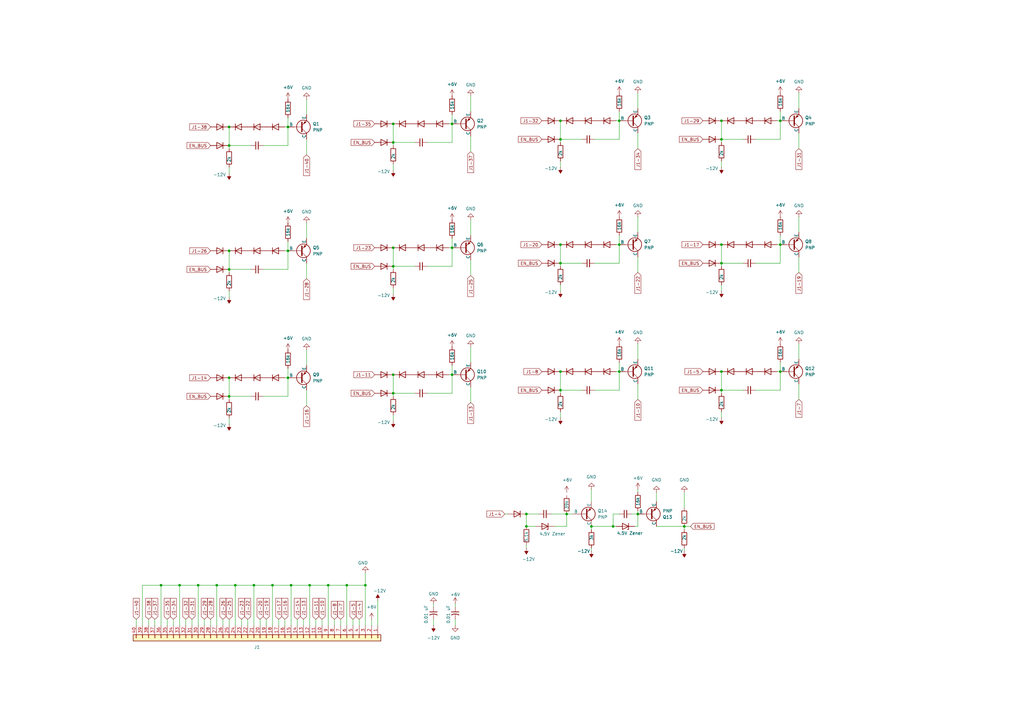
<source format=kicad_sch>
(kicad_sch (version 20250114) (generator "eeschema") (generator_version "9.0")
  (paper "A3")
  (title_block (title "LD312") (date "2025-08-01") (comment 9 "Hellorld!"))
  (junction (at 93.98 102.87))
  (junction (at 161.29 109.22))
  (junction (at 280.67 215.9))
  (junction (at 295.91 57.15))
  (junction (at 93.98 154.94))
  (junction (at 232.41 210.82))
  (junction (at 229.87 49.53))
  (junction (at 118.11 154.94))
  (junction (at 295.91 49.53))
  (junction (at 251.46 215.9))
  (junction (at 261.62 210.82))
  (junction (at 142.24 240.03))
  (junction (at 229.87 152.4))
  (junction (at 118.11 52.07))
  (junction (at 149.86 240.03))
  (junction (at 111.76 240.03))
  (junction (at 93.98 52.07))
  (junction (at 185.42 50.8))
  (junction (at 81.28 240.03))
  (junction (at 104.14 240.03))
  (junction (at 215.9 215.9))
  (junction (at 96.52 240.03))
  (junction (at 161.29 50.8))
  (junction (at 127 240.03))
  (junction (at 229.87 107.95))
  (junction (at 254 49.53))
  (junction (at 242.57 215.9))
  (junction (at 161.29 58.42))
  (junction (at 295.91 160.02))
  (junction (at 254 152.4))
  (junction (at 119.38 240.03))
  (junction (at 254 100.33))
  (junction (at 161.29 153.67))
  (junction (at 134.62 240.03))
  (junction (at 73.66 240.03))
  (junction (at 295.91 107.95))
  (junction (at 215.9 210.82))
  (junction (at 295.91 100.33))
  (junction (at 229.87 100.33))
  (junction (at 229.87 57.15))
  (junction (at 161.29 101.6))
  (junction (at 320.04 152.4))
  (junction (at 93.98 110.49))
  (junction (at 185.42 153.67))
  (junction (at 295.91 152.4))
  (junction (at 320.04 49.53))
  (junction (at 93.98 162.56))
  (junction (at 161.29 161.29))
  (junction (at 118.11 102.87))
  (junction (at 66.04 240.03))
  (junction (at 320.04 100.33))
  (junction (at 185.42 101.6))
  (junction (at 88.9 240.03))
  (junction (at 93.98 59.69))
  (junction (at 229.87 160.02))
  (wire (pts (xy 318.77 49.53) (xy 320.04 49.53)))
  (wire (pts (xy 132.08 254) (xy 132.08 256.54)))
  (wire (pts (xy 118.11 52.07) (xy 118.11 59.69)))
  (wire (pts (xy 96.52 240.03) (xy 96.52 256.54)))
  (wire (pts (xy 118.11 110.49) (xy 107.95 110.49)))
  (wire (pts (xy 238.76 160.02) (xy 229.87 160.02)))
  (wire (pts (xy 127 240.03) (xy 127 256.54)))
  (wire (pts (xy 116.84 52.07) (xy 118.11 52.07)))
  (wire (pts (xy 161.29 110.49) (xy 161.29 109.22)))
  (wire (pts (xy 63.5 254) (xy 63.5 256.54)))
  (wire (pts (xy 134.62 240.03) (xy 142.24 240.03)))
  (wire (pts (xy 295.91 66.04) (xy 295.91 68.58)))
  (wire (pts (xy 161.29 59.69) (xy 161.29 58.42)))
  (wire (pts (xy 93.98 111.76) (xy 93.98 110.49)))
  (wire (pts (xy 93.98 102.87) (xy 93.98 110.49)))
  (wire (pts (xy 86.36 254) (xy 86.36 256.54)))
  (wire (pts (xy 229.87 161.29) (xy 229.87 160.02)))
  (wire (pts (xy 93.98 163.83) (xy 93.98 162.56)))
  (wire (pts (xy 124.46 254) (xy 124.46 256.54)))
  (wire (pts (xy 149.86 234.95) (xy 149.86 240.03)))
  (wire (pts (xy 215.9 224.79) (xy 215.9 223.52)))
  (wire (pts (xy 185.42 109.22) (xy 175.26 109.22)))
  (wire (pts (xy 109.22 254) (xy 109.22 256.54)))
  (wire (pts (xy 261.62 88.9) (xy 261.62 95.25)))
  (wire (pts (xy 129.54 254) (xy 129.54 256.54)))
  (wire (pts (xy 280.67 201.93) (xy 280.67 208.28)))
  (wire (pts (xy 125.73 107.95) (xy 125.73 114.3)))
  (wire (pts (xy 252.73 152.4) (xy 254 152.4)))
  (wire (pts (xy 118.11 162.56) (xy 107.95 162.56)))
  (wire (pts (xy 320.04 148.59) (xy 320.04 152.4)))
  (wire (pts (xy 177.8 254) (xy 177.8 256.54)))
  (wire (pts (xy 134.62 240.03) (xy 134.62 256.54)))
  (wire (pts (xy 83.82 254) (xy 83.82 256.54)))
  (wire (pts (xy 254 152.4) (xy 254 160.02)))
  (wire (pts (xy 71.12 254) (xy 71.12 256.54)))
  (wire (pts (xy 229.87 109.22) (xy 229.87 107.95)))
  (wire (pts (xy 154.94 246.38) (xy 154.94 256.54)))
  (wire (pts (xy 251.46 215.9) (xy 252.73 215.9)))
  (wire (pts (xy 261.62 210.82) (xy 259.08 210.82)))
  (wire (pts (xy 125.73 57.15) (xy 125.73 63.5)))
  (wire (pts (xy 229.87 168.91) (xy 229.87 171.45)))
  (wire (pts (xy 118.11 151.13) (xy 118.11 154.94)))
  (wire (pts (xy 58.42 240.03) (xy 58.42 256.54)))
  (wire (pts (xy 320.04 57.15) (xy 309.88 57.15)))
  (wire (pts (xy 238.76 57.15) (xy 229.87 57.15)))
  (wire (pts (xy 320.04 45.72) (xy 320.04 49.53)))
  (wire (pts (xy 261.62 54.61) (xy 261.62 60.96)))
  (wire (pts (xy 88.9 240.03) (xy 96.52 240.03)))
  (wire (pts (xy 55.88 254) (xy 55.88 256.54)))
  (wire (pts (xy 111.76 240.03) (xy 111.76 256.54)))
  (wire (pts (xy 327.66 105.41) (xy 327.66 111.76)))
  (wire (pts (xy 68.58 254) (xy 68.58 256.54)))
  (wire (pts (xy 161.29 67.31) (xy 161.29 69.85)))
  (wire (pts (xy 320.04 96.52) (xy 320.04 100.33)))
  (wire (pts (xy 161.29 118.11) (xy 161.29 120.65)))
  (wire (pts (xy 104.14 240.03) (xy 111.76 240.03)))
  (wire (pts (xy 116.84 102.87) (xy 118.11 102.87)))
  (wire (pts (xy 102.87 59.69) (xy 93.98 59.69)))
  (wire (pts (xy 327.66 54.61) (xy 327.66 60.96)))
  (wire (pts (xy 161.29 50.8) (xy 161.29 58.42)))
  (wire (pts (xy 261.62 210.82) (xy 261.62 215.9)))
  (wire (pts (xy 102.87 110.49) (xy 93.98 110.49)))
  (wire (pts (xy 261.62 140.97) (xy 261.62 147.32)))
  (wire (pts (xy 161.29 162.56) (xy 161.29 161.29)))
  (wire (pts (xy 215.9 215.9) (xy 219.71 215.9)))
  (wire (pts (xy 229.87 66.04) (xy 229.87 68.58)))
  (wire (pts (xy 318.77 100.33) (xy 320.04 100.33)))
  (wire (pts (xy 320.04 100.33) (xy 320.04 107.95)))
  (wire (pts (xy 170.18 161.29) (xy 161.29 161.29)))
  (wire (pts (xy 170.18 58.42) (xy 161.29 58.42)))
  (wire (pts (xy 261.62 38.1) (xy 261.62 44.45)))
  (wire (pts (xy 254 57.15) (xy 243.84 57.15)))
  (wire (pts (xy 185.42 46.99) (xy 185.42 50.8)))
  (wire (pts (xy 193.04 90.17) (xy 193.04 96.52)))
  (wire (pts (xy 229.87 58.42) (xy 229.87 57.15)))
  (wire (pts (xy 283.21 215.9) (xy 280.67 215.9)))
  (wire (pts (xy 73.66 240.03) (xy 73.66 256.54)))
  (wire (pts (xy 81.28 240.03) (xy 81.28 256.54)))
  (wire (pts (xy 260.35 215.9) (xy 261.62 215.9)))
  (wire (pts (xy 185.42 161.29) (xy 175.26 161.29)))
  (wire (pts (xy 320.04 152.4) (xy 320.04 160.02)))
  (wire (pts (xy 251.46 210.82) (xy 254 210.82)))
  (wire (pts (xy 127 240.03) (xy 134.62 240.03)))
  (wire (pts (xy 119.38 240.03) (xy 127 240.03)))
  (wire (pts (xy 193.04 142.24) (xy 193.04 148.59)))
  (wire (pts (xy 125.73 143.51) (xy 125.73 149.86)))
  (wire (pts (xy 215.9 210.82) (xy 220.98 210.82)))
  (wire (pts (xy 229.87 100.33) (xy 229.87 107.95)))
  (wire (pts (xy 118.11 102.87) (xy 118.11 110.49)))
  (wire (pts (xy 232.41 210.82) (xy 234.95 210.82)))
  (wire (pts (xy 251.46 210.82) (xy 251.46 215.9)))
  (wire (pts (xy 88.9 240.03) (xy 88.9 256.54)))
  (wire (pts (xy 118.11 154.94) (xy 118.11 162.56)))
  (wire (pts (xy 185.42 101.6) (xy 185.42 109.22)))
  (wire (pts (xy 186.69 254) (xy 186.69 256.54)))
  (wire (pts (xy 229.87 116.84) (xy 229.87 119.38)))
  (wire (pts (xy 254 49.53) (xy 254 57.15)))
  (wire (pts (xy 252.73 49.53) (xy 254 49.53)))
  (wire (pts (xy 142.24 240.03) (xy 142.24 256.54)))
  (wire (pts (xy 193.04 55.88) (xy 193.04 62.23)))
  (wire (pts (xy 318.77 152.4) (xy 320.04 152.4)))
  (wire (pts (xy 320.04 107.95) (xy 309.88 107.95)))
  (wire (pts (xy 116.84 254) (xy 116.84 256.54)))
  (wire (pts (xy 295.91 116.84) (xy 295.91 119.38)))
  (wire (pts (xy 227.33 215.9) (xy 232.41 215.9)))
  (wire (pts (xy 66.04 240.03) (xy 73.66 240.03)))
  (wire (pts (xy 104.14 240.03) (xy 104.14 256.54)))
  (wire (pts (xy 254 100.33) (xy 254 107.95)))
  (wire (pts (xy 73.66 240.03) (xy 81.28 240.03)))
  (wire (pts (xy 185.42 153.67) (xy 185.42 161.29)))
  (wire (pts (xy 261.62 105.41) (xy 261.62 111.76)))
  (wire (pts (xy 93.98 68.58) (xy 93.98 71.12)))
  (wire (pts (xy 327.66 88.9) (xy 327.66 95.25)))
  (wire (pts (xy 320.04 160.02) (xy 309.88 160.02)))
  (wire (pts (xy 139.7 254) (xy 139.7 256.54)))
  (wire (pts (xy 242.57 215.9) (xy 251.46 215.9)))
  (wire (pts (xy 269.24 205.74) (xy 269.24 201.93)))
  (wire (pts (xy 242.57 226.06) (xy 242.57 224.79)))
  (wire (pts (xy 66.04 240.03) (xy 66.04 256.54)))
  (wire (pts (xy 261.62 209.55) (xy 261.62 210.82)))
  (wire (pts (xy 114.3 254) (xy 114.3 256.54)))
  (wire (pts (xy 147.32 254) (xy 147.32 256.54)))
  (wire (pts (xy 93.98 52.07) (xy 93.98 59.69)))
  (wire (pts (xy 144.78 254) (xy 144.78 256.54)))
  (wire (pts (xy 254 160.02) (xy 243.84 160.02)))
  (wire (pts (xy 327.66 140.97) (xy 327.66 147.32)))
  (wire (pts (xy 58.42 240.03) (xy 66.04 240.03)))
  (wire (pts (xy 116.84 154.94) (xy 118.11 154.94)))
  (wire (pts (xy 93.98 254) (xy 93.98 256.54)))
  (wire (pts (xy 161.29 101.6) (xy 161.29 109.22)))
  (wire (pts (xy 261.62 157.48) (xy 261.62 163.83)))
  (wire (pts (xy 118.11 48.26) (xy 118.11 52.07)))
  (wire (pts (xy 118.11 99.06) (xy 118.11 102.87)))
  (wire (pts (xy 208.28 210.82) (xy 207.01 210.82)))
  (wire (pts (xy 254 107.95) (xy 243.84 107.95)))
  (wire (pts (xy 280.67 226.06) (xy 280.67 224.79)))
  (wire (pts (xy 184.15 101.6) (xy 185.42 101.6)))
  (wire (pts (xy 93.98 154.94) (xy 93.98 162.56)))
  (wire (pts (xy 60.96 254) (xy 60.96 256.54)))
  (wire (pts (xy 177.8 248.92) (xy 177.8 247.65)))
  (wire (pts (xy 295.91 152.4) (xy 295.91 160.02)))
  (wire (pts (xy 238.76 107.95) (xy 229.87 107.95)))
  (wire (pts (xy 304.8 160.02) (xy 295.91 160.02)))
  (wire (pts (xy 184.15 153.67) (xy 185.42 153.67)))
  (wire (pts (xy 295.91 58.42) (xy 295.91 57.15)))
  (wire (pts (xy 125.73 40.64) (xy 125.73 46.99)))
  (wire (pts (xy 327.66 157.48) (xy 327.66 163.83)))
  (wire (pts (xy 242.57 200.66) (xy 242.57 205.74)))
  (wire (pts (xy 93.98 60.96) (xy 93.98 59.69)))
  (wire (pts (xy 215.9 215.9) (xy 215.9 210.82)))
  (wire (pts (xy 111.76 240.03) (xy 119.38 240.03)))
  (wire (pts (xy 161.29 153.67) (xy 161.29 161.29)))
  (wire (pts (xy 119.38 240.03) (xy 119.38 256.54)))
  (wire (pts (xy 193.04 158.75) (xy 193.04 165.1)))
  (wire (pts (xy 254 96.52) (xy 254 100.33)))
  (wire (pts (xy 99.06 254) (xy 99.06 256.54)))
  (wire (pts (xy 295.91 49.53) (xy 295.91 57.15)))
  (wire (pts (xy 91.44 254) (xy 91.44 256.54)))
  (wire (pts (xy 125.73 91.44) (xy 125.73 97.79)))
  (wire (pts (xy 295.91 100.33) (xy 295.91 107.95)))
  (wire (pts (xy 184.15 50.8) (xy 185.42 50.8)))
  (wire (pts (xy 76.2 254) (xy 76.2 256.54)))
  (wire (pts (xy 185.42 149.86) (xy 185.42 153.67)))
  (wire (pts (xy 185.42 58.42) (xy 175.26 58.42)))
  (wire (pts (xy 327.66 38.1) (xy 327.66 44.45)))
  (wire (pts (xy 161.29 170.18) (xy 161.29 172.72)))
  (wire (pts (xy 106.68 254) (xy 106.68 256.54)))
  (wire (pts (xy 93.98 171.45) (xy 93.98 173.99)))
  (wire (pts (xy 254 148.59) (xy 254 152.4)))
  (wire (pts (xy 252.73 100.33) (xy 254 100.33)))
  (wire (pts (xy 261.62 200.66) (xy 261.62 201.93)))
  (wire (pts (xy 186.69 247.65) (xy 186.69 248.92)))
  (wire (pts (xy 269.24 215.9) (xy 280.67 215.9)))
  (wire (pts (xy 96.52 240.03) (xy 104.14 240.03)))
  (wire (pts (xy 254 45.72) (xy 254 49.53)))
  (wire (pts (xy 226.06 210.82) (xy 232.41 210.82)))
  (wire (pts (xy 295.91 161.29) (xy 295.91 160.02)))
  (wire (pts (xy 101.6 254) (xy 101.6 256.54)))
  (wire (pts (xy 93.98 119.38) (xy 93.98 121.92)))
  (wire (pts (xy 320.04 49.53) (xy 320.04 57.15)))
  (wire (pts (xy 121.92 254) (xy 121.92 256.54)))
  (wire (pts (xy 170.18 109.22) (xy 161.29 109.22)))
  (wire (pts (xy 304.8 57.15) (xy 295.91 57.15)))
  (wire (pts (xy 137.16 254) (xy 137.16 256.54)))
  (wire (pts (xy 193.04 39.37) (xy 193.04 45.72)))
  (wire (pts (xy 125.73 160.02) (xy 125.73 166.37)))
  (wire (pts (xy 193.04 106.68) (xy 193.04 113.03)))
  (wire (pts (xy 280.67 215.9) (xy 280.67 217.17)))
  (wire (pts (xy 152.4 254) (xy 152.4 256.54)))
  (wire (pts (xy 102.87 162.56) (xy 93.98 162.56)))
  (wire (pts (xy 295.91 168.91) (xy 295.91 171.45)))
  (wire (pts (xy 229.87 152.4) (xy 229.87 160.02)))
  (wire (pts (xy 78.74 254) (xy 78.74 256.54)))
  (wire (pts (xy 304.8 107.95) (xy 295.91 107.95)))
  (wire (pts (xy 229.87 49.53) (xy 229.87 57.15)))
  (wire (pts (xy 232.41 210.82) (xy 232.41 215.9)))
  (wire (pts (xy 118.11 59.69) (xy 107.95 59.69)))
  (wire (pts (xy 242.57 217.17) (xy 242.57 215.9)))
  (wire (pts (xy 149.86 240.03) (xy 149.86 256.54)))
  (wire (pts (xy 185.42 50.8) (xy 185.42 58.42)))
  (wire (pts (xy 81.28 240.03) (xy 88.9 240.03)))
  (wire (pts (xy 185.42 97.79) (xy 185.42 101.6)))
  (wire (pts (xy 142.24 240.03) (xy 149.86 240.03)))
  (wire (pts (xy 295.91 109.22) (xy 295.91 107.95)))
  (global_label "EN_BUS" (shape input) (at 222.25 160.02 180) (property "Intersheetrefs" "${INTERSHEET_REFS}" (effects (hide yes))))
  (global_label "J1-25" (shape input) (at 93.98 254 90) (property "Intersheetrefs" "${INTERSHEET_REFS}" (effects (hide yes))))
  (global_label "EN_BUS" (shape input) (at 288.29 107.95 180) (property "Intersheetrefs" "${INTERSHEET_REFS}" (effects (hide yes))))
  (global_label "J1-8" (shape input) (at 222.25 152.4 180) (property "Intersheetrefs" "${INTERSHEET_REFS}" (effects (hide yes))))
  (global_label "J1-34" (shape input) (at 71.12 254 90) (property "Intersheetrefs" "${INTERSHEET_REFS}" (effects (hide yes))))
  (global_label "J1-5" (shape input) (at 144.78 254 90) (property "Intersheetrefs" "${INTERSHEET_REFS}" (effects (hide yes))))
  (global_label "J1-16" (shape input) (at 116.84 254 90) (property "Intersheetrefs" "${INTERSHEET_REFS}" (effects (hide yes))))
  (global_label "J1-10" (shape input) (at 132.08 254 90) (property "Intersheetrefs" "${INTERSHEET_REFS}" (effects (hide yes))))
  (global_label "J1-17" (shape input) (at 288.29 100.33 180) (property "Intersheetrefs" "${INTERSHEET_REFS}" (effects (hide yes))))
  (global_label "J1-22" (shape input) (at 261.62 111.76 270) (property "Intersheetrefs" "${INTERSHEET_REFS}" (effects (hide yes))))
  (global_label "J1-29" (shape input) (at 288.29 49.53 180) (property "Intersheetrefs" "${INTERSHEET_REFS}" (effects (hide yes))))
  (global_label "J1-19" (shape input) (at 109.22 254 90) (property "Intersheetrefs" "${INTERSHEET_REFS}" (effects (hide yes))))
  (global_label "J1-37" (shape input) (at 63.5 254 90) (property "Intersheetrefs" "${INTERSHEET_REFS}" (effects (hide yes))))
  (global_label "J1-7" (shape input) (at 327.66 163.83 270) (property "Intersheetrefs" "${INTERSHEET_REFS}" (effects (hide yes))))
  (global_label "J1-31" (shape input) (at 327.66 60.96 270) (property "Intersheetrefs" "${INTERSHEET_REFS}" (effects (hide yes))))
  (global_label "J1-17" (shape input) (at 114.3 254 90) (property "Intersheetrefs" "${INTERSHEET_REFS}" (effects (hide yes))))
  (global_label "EN_BUS" (shape input) (at 153.67 161.29 180) (property "Intersheetrefs" "${INTERSHEET_REFS}" (effects (hide yes))))
  (global_label "J1-34" (shape input) (at 261.62 60.96 270) (property "Intersheetrefs" "${INTERSHEET_REFS}" (effects (hide yes))))
  (global_label "J1-14" (shape input) (at 121.92 254 90) (property "Intersheetrefs" "${INTERSHEET_REFS}" (effects (hide yes))))
  (global_label "EN_BUS" (shape input) (at 86.36 59.69 180) (property "Intersheetrefs" "${INTERSHEET_REFS}" (effects (hide yes))))
  (global_label "J1-38" (shape input) (at 86.36 52.07 180) (property "Intersheetrefs" "${INTERSHEET_REFS}" (effects (hide yes))))
  (global_label "J1-40" (shape input) (at 125.73 63.5 270) (property "Intersheetrefs" "${INTERSHEET_REFS}" (effects (hide yes))))
  (global_label "J1-37" (shape input) (at 193.04 62.23 270) (property "Intersheetrefs" "${INTERSHEET_REFS}" (effects (hide yes))))
  (global_label "J1-20" (shape input) (at 106.68 254 90) (property "Intersheetrefs" "${INTERSHEET_REFS}" (effects (hide yes))))
  (global_label "J1-13" (shape input) (at 124.46 254 90) (property "Intersheetrefs" "${INTERSHEET_REFS}" (effects (hide yes))))
  (global_label "J1-16" (shape input) (at 125.73 166.37 270) (property "Intersheetrefs" "${INTERSHEET_REFS}" (effects (hide yes))))
  (global_label "J1-29" (shape input) (at 83.82 254 90) (property "Intersheetrefs" "${INTERSHEET_REFS}" (effects (hide yes))))
  (global_label "J1-32" (shape input) (at 76.2 254 90) (property "Intersheetrefs" "${INTERSHEET_REFS}" (effects (hide yes))))
  (global_label "J1-28" (shape input) (at 86.36 254 90) (property "Intersheetrefs" "${INTERSHEET_REFS}" (effects (hide yes))))
  (global_label "EN_BUS" (shape input) (at 153.67 109.22 180) (property "Intersheetrefs" "${INTERSHEET_REFS}" (effects (hide yes))))
  (global_label "EN_BUS" (shape input) (at 86.36 162.56 180) (property "Intersheetrefs" "${INTERSHEET_REFS}" (effects (hide yes))))
  (global_label "J1-35" (shape input) (at 153.67 50.8 180) (property "Intersheetrefs" "${INTERSHEET_REFS}" (effects (hide yes))))
  (global_label "J1-8" (shape input) (at 137.16 254 90) (property "Intersheetrefs" "${INTERSHEET_REFS}" (effects (hide yes))))
  (global_label "EN_BUS" (shape input) (at 153.67 58.42 180) (property "Intersheetrefs" "${INTERSHEET_REFS}" (effects (hide yes))))
  (global_label "EN_BUS" (shape input) (at 86.36 110.49 180) (property "Intersheetrefs" "${INTERSHEET_REFS}" (effects (hide yes))))
  (global_label "J1-11" (shape input) (at 153.67 153.67 180) (property "Intersheetrefs" "${INTERSHEET_REFS}" (effects (hide yes))))
  (global_label "J1-14" (shape input) (at 86.36 154.94 180) (property "Intersheetrefs" "${INTERSHEET_REFS}" (effects (hide yes))))
  (global_label "J1-20" (shape input) (at 222.25 100.33 180) (property "Intersheetrefs" "${INTERSHEET_REFS}" (effects (hide yes))))
  (global_label "J1-23" (shape input) (at 99.06 254 90) (property "Intersheetrefs" "${INTERSHEET_REFS}" (effects (hide yes))))
  (global_label "J1-11" (shape input) (at 129.54 254 90) (property "Intersheetrefs" "${INTERSHEET_REFS}" (effects (hide yes))))
  (global_label "EN_BUS" (shape input) (at 288.29 57.15 180) (property "Intersheetrefs" "${INTERSHEET_REFS}" (effects (hide yes))))
  (global_label "J1-19" (shape input) (at 327.66 111.76 270) (property "Intersheetrefs" "${INTERSHEET_REFS}" (effects (hide yes))))
  (global_label "J1-40" (shape input) (at 55.88 254 90) (property "Intersheetrefs" "${INTERSHEET_REFS}" (effects (hide yes))))
  (global_label "J1-28" (shape input) (at 125.73 114.3 270) (property "Intersheetrefs" "${INTERSHEET_REFS}" (effects (hide yes))))
  (global_label "J1-26" (shape input) (at 86.36 102.87 180) (property "Intersheetrefs" "${INTERSHEET_REFS}" (effects (hide yes))))
  (global_label "J1-32" (shape input) (at 222.25 49.53 180) (property "Intersheetrefs" "${INTERSHEET_REFS}" (effects (hide yes))))
  (global_label "J1-23" (shape input) (at 153.67 101.6 180) (property "Intersheetrefs" "${INTERSHEET_REFS}" (effects (hide yes))))
  (global_label "J1-7" (shape input) (at 139.7 254 90) (property "Intersheetrefs" "${INTERSHEET_REFS}" (effects (hide yes))))
  (global_label "EN_BUS" (shape input) (at 288.29 160.02 180) (property "Intersheetrefs" "${INTERSHEET_REFS}" (effects (hide yes))))
  (global_label "J1-13" (shape input) (at 193.04 165.1 270) (property "Intersheetrefs" "${INTERSHEET_REFS}" (effects (hide yes))))
  (global_label "J1-22" (shape input) (at 101.6 254 90) (property "Intersheetrefs" "${INTERSHEET_REFS}" (effects (hide yes))))
  (global_label "J1-4" (shape input) (at 147.32 254 90) (property "Intersheetrefs" "${INTERSHEET_REFS}" (effects (hide yes))))
  (global_label "J1-26" (shape input) (at 91.44 254 90) (property "Intersheetrefs" "${INTERSHEET_REFS}" (effects (hide yes))))
  (global_label "EN_BUS" (shape input) (at 222.25 57.15 180) (property "Intersheetrefs" "${INTERSHEET_REFS}" (effects (hide yes))))
  (global_label "J1-35" (shape input) (at 68.58 254 90) (property "Intersheetrefs" "${INTERSHEET_REFS}" (effects (hide yes))))
  (global_label "J1-38" (shape input) (at 60.96 254 90) (property "Intersheetrefs" "${INTERSHEET_REFS}" (effects (hide yes))))
  (global_label "EN_BUS" (shape input) (at 222.25 107.95 180) (property "Intersheetrefs" "${INTERSHEET_REFS}" (effects (hide yes))))
  (global_label "J1-10" (shape input) (at 261.62 163.83 270) (property "Intersheetrefs" "${INTERSHEET_REFS}" (effects (hide yes))))
  (global_label "J1-25" (shape input) (at 193.04 113.03 270) (property "Intersheetrefs" "${INTERSHEET_REFS}" (effects (hide yes))))
  (global_label "J1-4" (shape input) (at 207.01 210.82 180) (property "Intersheetrefs" "${INTERSHEET_REFS}" (effects (hide yes))))
  (global_label "EN_BUS" (shape input) (at 283.21 215.9 0) (property "Intersheetrefs" "${INTERSHEET_REFS}" (effects (hide yes))))
  (global_label "J1-5" (shape input) (at 288.29 152.4 180) (property "Intersheetrefs" "${INTERSHEET_REFS}" (effects (hide yes))))
  (global_label "J1-31" (shape input) (at 78.74 254 90) (property "Intersheetrefs" "${INTERSHEET_REFS}" (effects (hide yes))))
  (symbol (lib_id "Simulation_SPICE:PNP") (at 190.5 50.8 0) (mirror x) (unit 1)
    (property "Reference" "Q2" (at 195.58 49.5299 0) (effects (justify left)))
    (property "Value" "PNP" (at 195.58 52.0699 0) (effects (justify left)))
    (property "Datasheet" "https://ngspice.sourceforge.io/docs/ngspice-html-manual/manual.xhtml#cha_BJTs" (effects (hide yes)))
    (property "Description" "Bipolar transistor symbol for simulation only, substrate tied to the emitter" (effects (hide yes)))
    (property "Sim.Device" "PNP" (effects (hide yes)))
    (property "Sim.Type" "GUMMELPOON" (effects (hide yes)))
    (property "Sim.Pins" "1=C 2=B 3=E" (effects (hide yes)))
  )
  (symbol (lib_id "Diode:1N4148WT") (at 113.03 102.87 0) (unit 1)
    (property "Reference" "D28" (effects (hide yes)))
    (property "Value" "1N4148WT" (effects (hide yes)))
    (property "Footprint" "Diode_SMD:D_SOD-523" (effects (hide yes)))
    (property "Datasheet" "https://www.diodes.com/assets/Datasheets/ds30396.pdf" (effects (hide yes)))
    (property "Description" "75V 0.15A Fast switching Diode, SOD-523" (effects (hide yes)))
    (property "Sim.Device" "D" (effects (hide yes)))
    (property "Sim.Pins" "1=K 2=A" (effects (hide yes)))
  )
  (symbol (lib_id "Diode:1N4148WT") (at 97.79 52.07 0) (unit 1)
    (property "Reference" "D1" (effects (hide yes)))
    (property "Value" "1N4148WT" (effects (hide yes)))
    (property "Footprint" "Diode_SMD:D_SOD-523" (effects (hide yes)))
    (property "Datasheet" "https://www.diodes.com/assets/Datasheets/ds30396.pdf" (effects (hide yes)))
    (property "Description" "75V 0.15A Fast switching Diode, SOD-523" (effects (hide yes)))
    (property "Sim.Device" "D" (effects (hide yes)))
    (property "Sim.Pins" "1=K 2=A" (effects (hide yes)))
  )
  (symbol (lib_id "Diode:1N4148WT") (at 226.06 49.53 180) (unit 1)
    (property "Reference" "D12" (effects (hide yes)))
    (property "Value" "1N4148WT" (effects (hide yes)))
    (property "Footprint" "Diode_SMD:D_SOD-523" (effects (hide yes)))
    (property "Datasheet" "https://www.diodes.com/assets/Datasheets/ds30396.pdf" (effects (hide yes)))
    (property "Description" "75V 0.15A Fast switching Diode, SOD-523" (effects (hide yes)))
    (property "Sim.Device" "D" (effects (hide yes)))
    (property "Sim.Pins" "1=K 2=A" (effects (hide yes)))
  )
  (symbol (lib_id "Device:D_Zener") (at 223.52 215.9 180) (unit 1)
    (property "Reference" "D11" (effects (hide yes)))
    (property "Value" "4.5V Zener" (at 226.568 218.948 0))
    (property "Description" "Zener diode" (effects (hide yes)))
  )
  (symbol (lib_id "Device:R") (at 295.91 62.23 0) (unit 1)
    (property "Reference" "R7" (effects (hide yes)))
    (property "Value" "2k" (at 295.91 64.008 90) (effects (justify left)))
    (property "Description" "Resistor" (effects (hide yes)))
  )
  (symbol (lib_id "Diode:1N4148WT") (at 105.41 102.87 0) (unit 1)
    (property "Reference" "D27" (effects (hide yes)))
    (property "Value" "1N4148WT" (effects (hide yes)))
    (property "Footprint" "Diode_SMD:D_SOD-523" (effects (hide yes)))
    (property "Datasheet" "https://www.diodes.com/assets/Datasheets/ds30396.pdf" (effects (hide yes)))
    (property "Description" "75V 0.15A Fast switching Diode, SOD-523" (effects (hide yes)))
    (property "Sim.Device" "D" (effects (hide yes)))
    (property "Sim.Pins" "1=K 2=A" (effects (hide yes)))
  )
  (symbol (lib_id "power:+6V") (at 185.42 142.24 0) (unit 1)
    (property "Reference" "#PWR036" (effects (hide yes)))
    (property "Value" "+6V" (at 185.42 137.414 0))
    (property "Description" "Power symbol creates a global label with name \"+6V\"" (effects (hide yes)))
  )
  (symbol (lib_id "Device:C_Small") (at 172.72 161.29 90) (unit 1)
    (property "Reference" "C12" (effects (hide yes)))
    (property "Value" "C_Small" (effects (hide yes)))
    (property "Description" "Unpolarized capacitor, small symbol" (effects (hide yes)))
  )
  (symbol (lib_id "Diode:1N4148WT") (at 157.48 161.29 180) (unit 1)
    (property "Reference" "D50" (effects (hide yes)))
    (property "Value" "1N4148WT" (effects (hide yes)))
    (property "Footprint" "Diode_SMD:D_SOD-523" (effects (hide yes)))
    (property "Datasheet" "https://www.diodes.com/assets/Datasheets/ds30396.pdf" (effects (hide yes)))
    (property "Description" "75V 0.15A Fast switching Diode, SOD-523" (effects (hide yes)))
    (property "Sim.Device" "D" (effects (hide yes)))
    (property "Sim.Pins" "1=K 2=A" (effects (hide yes)))
  )
  (symbol (lib_id "Device:R") (at 185.42 146.05 0) (unit 1)
    (property "Reference" "R20" (effects (hide yes)))
    (property "Value" "16k" (at 185.42 147.828 90) (effects (justify left)))
    (property "Description" "Resistor" (effects (hide yes)))
  )
  (symbol (lib_id "Device:R") (at 295.91 113.03 0) (unit 1)
    (property "Reference" "R15" (effects (hide yes)))
    (property "Value" "2k" (at 295.91 114.808 90) (effects (justify left)))
    (property "Description" "Resistor" (effects (hide yes)))
  )
  (symbol (lib_id "Diode:1N4148WT") (at 97.79 102.87 0) (unit 1)
    (property "Reference" "D26" (effects (hide yes)))
    (property "Value" "1N4148WT" (effects (hide yes)))
    (property "Footprint" "Diode_SMD:D_SOD-523" (effects (hide yes)))
    (property "Datasheet" "https://www.diodes.com/assets/Datasheets/ds30396.pdf" (effects (hide yes)))
    (property "Description" "75V 0.15A Fast switching Diode, SOD-523" (effects (hide yes)))
    (property "Sim.Device" "D" (effects (hide yes)))
    (property "Sim.Pins" "1=K 2=A" (effects (hide yes)))
  )
  (symbol (lib_id "Diode:1N4148WT") (at 248.92 152.4 0) (unit 1)
    (property "Reference" "D58" (effects (hide yes)))
    (property "Value" "1N4148WT" (effects (hide yes)))
    (property "Footprint" "Diode_SMD:D_SOD-523" (effects (hide yes)))
    (property "Datasheet" "https://www.diodes.com/assets/Datasheets/ds30396.pdf" (effects (hide yes)))
    (property "Description" "75V 0.15A Fast switching Diode, SOD-523" (effects (hide yes)))
    (property "Sim.Device" "D" (effects (hide yes)))
    (property "Sim.Pins" "1=K 2=A" (effects (hide yes)))
  )
  (symbol (lib_id "power:GND") (at 261.62 88.9 180) (unit 1)
    (property "Reference" "#PWR028" (effects (hide yes)))
    (property "Value" "GND" (at 259.588 84.328 0) (effects (justify right)))
    (property "Description" "Power symbol creates a global label with name \"GND\" , ground" (effects (hide yes)))
  )
  (symbol (lib_id "Diode:1N4148WT") (at 299.72 100.33 0) (unit 1)
    (property "Reference" "D41" (effects (hide yes)))
    (property "Value" "1N4148WT" (effects (hide yes)))
    (property "Footprint" "Diode_SMD:D_SOD-523" (effects (hide yes)))
    (property "Datasheet" "https://www.diodes.com/assets/Datasheets/ds30396.pdf" (effects (hide yes)))
    (property "Description" "75V 0.15A Fast switching Diode, SOD-523" (effects (hide yes)))
    (property "Sim.Device" "D" (effects (hide yes)))
    (property "Sim.Pins" "1=K 2=A" (effects (hide yes)))
  )
  (symbol (lib_id "Diode:1N4148WT") (at 180.34 50.8 0) (unit 1)
    (property "Reference" "D10" (effects (hide yes)))
    (property "Value" "1N4148WT" (effects (hide yes)))
    (property "Footprint" "Diode_SMD:D_SOD-523" (effects (hide yes)))
    (property "Datasheet" "https://www.diodes.com/assets/Datasheets/ds30396.pdf" (effects (hide yes)))
    (property "Description" "75V 0.15A Fast switching Diode, SOD-523" (effects (hide yes)))
    (property "Sim.Device" "D" (effects (hide yes)))
    (property "Sim.Pins" "1=K 2=A" (effects (hide yes)))
  )
  (symbol (lib_id "Diode:1N4148WT") (at 157.48 109.22 180) (unit 1)
    (property "Reference" "D30" (effects (hide yes)))
    (property "Value" "1N4148WT" (effects (hide yes)))
    (property "Footprint" "Diode_SMD:D_SOD-523" (effects (hide yes)))
    (property "Datasheet" "https://www.diodes.com/assets/Datasheets/ds30396.pdf" (effects (hide yes)))
    (property "Description" "75V 0.15A Fast switching Diode, SOD-523" (effects (hide yes)))
    (property "Sim.Device" "D" (effects (hide yes)))
    (property "Sim.Pins" "1=K 2=A" (effects (hide yes)))
  )
  (symbol (lib_id "Diode:1N4148WT") (at 233.68 49.53 0) (unit 1)
    (property "Reference" "D16" (effects (hide yes)))
    (property "Value" "1N4148WT" (effects (hide yes)))
    (property "Footprint" "Diode_SMD:D_SOD-523" (effects (hide yes)))
    (property "Datasheet" "https://www.diodes.com/assets/Datasheets/ds30396.pdf" (effects (hide yes)))
    (property "Description" "75V 0.15A Fast switching Diode, SOD-523" (effects (hide yes)))
    (property "Sim.Device" "D" (effects (hide yes)))
    (property "Sim.Pins" "1=K 2=A" (effects (hide yes)))
  )
  (symbol (lib_id "power:-12V") (at 229.87 171.45 180) (unit 1)
    (property "Reference" "#PWR038" (effects (hide yes)))
    (property "Value" "-12V" (at 223.266 171.958 0) (effects (justify right)))
    (property "Description" "Power symbol creates a global label with name \"-12V\"" (effects (hide yes)))
  )
  (symbol (lib_id "Simulation_SPICE:PNP") (at 259.08 100.33 0) (mirror x) (unit 1)
    (property "Reference" "Q7" (at 264.16 99.0599 0) (effects (justify left)))
    (property "Value" "PNP" (at 264.16 101.5999 0) (effects (justify left)))
    (property "Datasheet" "https://ngspice.sourceforge.io/docs/ngspice-html-manual/manual.xhtml#cha_BJTs" (effects (hide yes)))
    (property "Description" "Bipolar transistor symbol for simulation only, substrate tied to the emitter" (effects (hide yes)))
    (property "Sim.Device" "PNP" (effects (hide yes)))
    (property "Sim.Type" "GUMMELPOON" (effects (hide yes)))
    (property "Sim.Pins" "1=C 2=B 3=E" (effects (hide yes)))
  )
  (symbol (lib_id "power:+6V") (at 186.69 247.65 0) (unit 1)
    (property "Reference" "#PWR05" (effects (hide yes)))
    (property "Value" "+6V" (at 184.658 243.84 0) (effects (justify left)))
    (property "Description" "Power symbol creates a global label with name \"+6V\"" (effects (hide yes)))
  )
  (symbol (lib_id "Device:R") (at 242.57 220.98 180) (unit 1)
    (property "Reference" "R26" (effects (hide yes)))
    (property "Value" "3k" (at 242.57 219.202 90) (effects (justify left)))
    (property "Description" "Resistor" (effects (hide yes)))
  )
  (symbol (lib_id "Diode:1N4148WT") (at 113.03 52.07 0) (unit 1)
    (property "Reference" "D3" (effects (hide yes)))
    (property "Value" "1N4148WT" (effects (hide yes)))
    (property "Footprint" "Diode_SMD:D_SOD-523" (effects (hide yes)))
    (property "Datasheet" "https://www.diodes.com/assets/Datasheets/ds30396.pdf" (effects (hide yes)))
    (property "Description" "75V 0.15A Fast switching Diode, SOD-523" (effects (hide yes)))
    (property "Sim.Device" "D" (effects (hide yes)))
    (property "Sim.Pins" "1=K 2=A" (effects (hide yes)))
  )
  (symbol (lib_id "Simulation_SPICE:PNP") (at 325.12 100.33 0) (mirror x) (unit 1)
    (property "Reference" "Q8" (at 330.2 99.0599 0) (effects (justify left)))
    (property "Value" "PNP" (at 330.2 101.5999 0) (effects (justify left)))
    (property "Datasheet" "https://ngspice.sourceforge.io/docs/ngspice-html-manual/manual.xhtml#cha_BJTs" (effects (hide yes)))
    (property "Description" "Bipolar transistor symbol for simulation only, substrate tied to the emitter" (effects (hide yes)))
    (property "Sim.Device" "PNP" (effects (hide yes)))
    (property "Sim.Type" "GUMMELPOON" (effects (hide yes)))
    (property "Sim.Pins" "1=C 2=B 3=E" (effects (hide yes)))
  )
  (symbol (lib_id "Diode:1N4148WT") (at 241.3 152.4 0) (unit 1)
    (property "Reference" "D57" (effects (hide yes)))
    (property "Value" "1N4148WT" (effects (hide yes)))
    (property "Footprint" "Diode_SMD:D_SOD-523" (effects (hide yes)))
    (property "Datasheet" "https://www.diodes.com/assets/Datasheets/ds30396.pdf" (effects (hide yes)))
    (property "Description" "75V 0.15A Fast switching Diode, SOD-523" (effects (hide yes)))
    (property "Sim.Device" "D" (effects (hide yes)))
    (property "Sim.Pins" "1=K 2=A" (effects (hide yes)))
  )
  (symbol (lib_id "Device:C_Small") (at 307.34 160.02 90) (unit 1)
    (property "Reference" "C14" (effects (hide yes)))
    (property "Value" "C_Small" (effects (hide yes)))
    (property "Description" "Unpolarized capacitor, small symbol" (effects (hide yes)))
  )
  (symbol (lib_id "Device:R") (at 161.29 114.3 0) (unit 1)
    (property "Reference" "R11" (effects (hide yes)))
    (property "Value" "2k" (at 161.29 116.078 90) (effects (justify left)))
    (property "Description" "Resistor" (effects (hide yes)))
  )
  (symbol (lib_id "Device:R") (at 280.67 212.09 0) (unit 1)
    (property "Reference" "R50" (effects (hide yes)))
    (property "Value" "2k" (at 280.67 213.868 90) (effects (justify left)))
    (property "Description" "Resistor" (effects (hide yes)))
  )
  (symbol (lib_id "power:GND") (at 327.66 140.97 180) (unit 1)
    (property "Reference" "#PWR043" (effects (hide yes)))
    (property "Value" "GND" (at 325.628 136.398 0) (effects (justify right)))
    (property "Description" "Power symbol creates a global label with name \"GND\" , ground" (effects (hide yes)))
  )
  (symbol (lib_id "Diode:1N4148WT") (at 172.72 101.6 0) (unit 1)
    (property "Reference" "D32" (effects (hide yes)))
    (property "Value" "1N4148WT" (effects (hide yes)))
    (property "Footprint" "Diode_SMD:D_SOD-523" (effects (hide yes)))
    (property "Datasheet" "https://www.diodes.com/assets/Datasheets/ds30396.pdf" (effects (hide yes)))
    (property "Description" "75V 0.15A Fast switching Diode, SOD-523" (effects (hide yes)))
    (property "Sim.Device" "D" (effects (hide yes)))
    (property "Sim.Pins" "1=K 2=A" (effects (hide yes)))
  )
  (symbol (lib_id "power:GND") (at 149.86 234.95 180) (unit 1)
    (property "Reference" "#PWR01" (effects (hide yes)))
    (property "Value" "GND" (at 148.844 230.886 0))
    (property "Description" "Power symbol creates a global label with name \"GND\" , ground" (effects (hide yes)))
  )
  (symbol (lib_id "Diode:1N4148WT") (at 105.41 154.94 0) (unit 1)
    (property "Reference" "D47" (effects (hide yes)))
    (property "Value" "1N4148WT" (effects (hide yes)))
    (property "Footprint" "Diode_SMD:D_SOD-523" (effects (hide yes)))
    (property "Datasheet" "https://www.diodes.com/assets/Datasheets/ds30396.pdf" (effects (hide yes)))
    (property "Description" "75V 0.15A Fast switching Diode, SOD-523" (effects (hide yes)))
    (property "Sim.Device" "D" (effects (hide yes)))
    (property "Sim.Pins" "1=K 2=A" (effects (hide yes)))
  )
  (symbol (lib_id "power:+6V") (at 152.4 254 0) (unit 1)
    (property "Reference" "#PWR02" (effects (hide yes)))
    (property "Value" "+6V" (at 152.4 248.92 0))
    (property "Description" "Power symbol creates a global label with name \"+6V\"" (effects (hide yes)))
  )
  (symbol (lib_id "power:-12V") (at 93.98 71.12 180) (unit 1)
    (property "Reference" "#PWR09" (effects (hide yes)))
    (property "Value" "-12V" (at 87.376 71.628 0) (effects (justify right)))
    (property "Description" "Power symbol creates a global label with name \"-12V\"" (effects (hide yes)))
  )
  (symbol (lib_id "power:-12V") (at 93.98 173.99 180) (unit 1)
    (property "Reference" "#PWR032" (effects (hide yes)))
    (property "Value" "-12V" (at 87.376 174.498 0) (effects (justify right)))
    (property "Description" "Power symbol creates a global label with name \"-12V\"" (effects (hide yes)))
  )
  (symbol (lib_id "power:-12V") (at 295.91 68.58 180) (unit 1)
    (property "Reference" "#PWR017" (effects (hide yes)))
    (property "Value" "-12V" (at 289.306 69.088 0) (effects (justify right)))
    (property "Description" "Power symbol creates a global label with name \"-12V\"" (effects (hide yes)))
  )
  (symbol (lib_id "Diode:1N4148WT") (at 226.06 57.15 180) (unit 1)
    (property "Reference" "D15" (effects (hide yes)))
    (property "Value" "1N4148WT" (effects (hide yes)))
    (property "Footprint" "Diode_SMD:D_SOD-523" (effects (hide yes)))
    (property "Datasheet" "https://www.diodes.com/assets/Datasheets/ds30396.pdf" (effects (hide yes)))
    (property "Description" "75V 0.15A Fast switching Diode, SOD-523" (effects (hide yes)))
    (property "Sim.Device" "D" (effects (hide yes)))
    (property "Sim.Pins" "1=K 2=A" (effects (hide yes)))
  )
  (symbol (lib_id "Diode:1N4148WT") (at 226.06 152.4 180) (unit 1)
    (property "Reference" "D54" (effects (hide yes)))
    (property "Value" "1N4148WT" (effects (hide yes)))
    (property "Footprint" "Diode_SMD:D_SOD-523" (effects (hide yes)))
    (property "Datasheet" "https://www.diodes.com/assets/Datasheets/ds30396.pdf" (effects (hide yes)))
    (property "Description" "75V 0.15A Fast switching Diode, SOD-523" (effects (hide yes)))
    (property "Sim.Device" "D" (effects (hide yes)))
    (property "Sim.Pins" "1=K 2=A" (effects (hide yes)))
  )
  (symbol (lib_id "power:+6V") (at 118.11 40.64 0) (unit 1)
    (property "Reference" "#PWR08" (effects (hide yes)))
    (property "Value" "+6V" (at 118.11 35.814 0))
    (property "Description" "Power symbol creates a global label with name \"+6V\"" (effects (hide yes)))
  )
  (symbol (lib_id "Simulation_SPICE:PNP") (at 240.03 210.82 0) (mirror x) (unit 1)
    (property "Reference" "Q14" (at 245.11 209.5499 0) (effects (justify left)))
    (property "Value" "PNP" (at 245.11 212.0899 0) (effects (justify left)))
    (property "Datasheet" "https://ngspice.sourceforge.io/docs/ngspice-html-manual/manual.xhtml#cha_BJTs" (effects (hide yes)))
    (property "Description" "Bipolar transistor symbol for simulation only, substrate tied to the emitter" (effects (hide yes)))
    (property "Sim.Device" "PNP" (effects (hide yes)))
    (property "Sim.Type" "GUMMELPOON" (effects (hide yes)))
    (property "Sim.Pins" "1=C 2=B 3=E" (effects (hide yes)))
  )
  (symbol (lib_id "Device:R") (at 254 41.91 0) (unit 1)
    (property "Reference" "R6" (effects (hide yes)))
    (property "Value" "16k" (at 254 43.688 90) (effects (justify left)))
    (property "Description" "Resistor" (effects (hide yes)))
  )
  (symbol (lib_id "Diode:1N4148WT") (at 157.48 153.67 180) (unit 1)
    (property "Reference" "D49" (effects (hide yes)))
    (property "Value" "1N4148WT" (effects (hide yes)))
    (property "Footprint" "Diode_SMD:D_SOD-523" (effects (hide yes)))
    (property "Datasheet" "https://www.diodes.com/assets/Datasheets/ds30396.pdf" (effects (hide yes)))
    (property "Description" "75V 0.15A Fast switching Diode, SOD-523" (effects (hide yes)))
    (property "Sim.Device" "D" (effects (hide yes)))
    (property "Sim.Pins" "1=K 2=A" (effects (hide yes)))
  )
  (symbol (lib_id "Diode:1N4148WT") (at 241.3 49.53 0) (unit 1)
    (property "Reference" "D17" (effects (hide yes)))
    (property "Value" "1N4148WT" (effects (hide yes)))
    (property "Footprint" "Diode_SMD:D_SOD-523" (effects (hide yes)))
    (property "Datasheet" "https://www.diodes.com/assets/Datasheets/ds30396.pdf" (effects (hide yes)))
    (property "Description" "75V 0.15A Fast switching Diode, SOD-523" (effects (hide yes)))
    (property "Sim.Device" "D" (effects (hide yes)))
    (property "Sim.Pins" "1=K 2=A" (effects (hide yes)))
  )
  (symbol (lib_id "Device:C_Small") (at 241.3 57.15 90) (unit 1)
    (property "Reference" "C5" (effects (hide yes)))
    (property "Value" "C_Small" (effects (hide yes)))
    (property "Description" "Unpolarized capacitor, small symbol" (effects (hide yes)))
  )
  (symbol (lib_id "Diode:1N4148WT") (at 299.72 49.53 0) (unit 1)
    (property "Reference" "D21" (effects (hide yes)))
    (property "Value" "1N4148WT" (effects (hide yes)))
    (property "Footprint" "Diode_SMD:D_SOD-523" (effects (hide yes)))
    (property "Datasheet" "https://www.diodes.com/assets/Datasheets/ds30396.pdf" (effects (hide yes)))
    (property "Description" "75V 0.15A Fast switching Diode, SOD-523" (effects (hide yes)))
    (property "Sim.Device" "D" (effects (hide yes)))
    (property "Sim.Pins" "1=K 2=A" (effects (hide yes)))
  )
  (symbol (lib_id "power:+6V") (at 261.62 200.66 0) (unit 1)
    (property "Reference" "#PWR054" (effects (hide yes)))
    (property "Value" "+6V" (at 261.62 196.088 0))
    (property "Description" "Power symbol creates a global label with name \"+6V\"" (effects (hide yes)))
  )
  (symbol (lib_id "Device:C_Small") (at 307.34 107.95 90) (unit 1)
    (property "Reference" "C10" (effects (hide yes)))
    (property "Value" "C_Small" (effects (hide yes)))
    (property "Description" "Unpolarized capacitor, small symbol" (effects (hide yes)))
  )
  (symbol (lib_id "Simulation_SPICE:PNP") (at 259.08 49.53 0) (mirror x) (unit 1)
    (property "Reference" "Q3" (at 264.16 48.2599 0) (effects (justify left)))
    (property "Value" "PNP" (at 264.16 50.7999 0) (effects (justify left)))
    (property "Datasheet" "https://ngspice.sourceforge.io/docs/ngspice-html-manual/manual.xhtml#cha_BJTs" (effects (hide yes)))
    (property "Description" "Bipolar transistor symbol for simulation only, substrate tied to the emitter" (effects (hide yes)))
    (property "Sim.Device" "PNP" (effects (hide yes)))
    (property "Sim.Type" "GUMMELPOON" (effects (hide yes)))
    (property "Sim.Pins" "1=C 2=B 3=E" (effects (hide yes)))
  )
  (symbol (lib_id "power:-12V") (at 295.91 119.38 180) (unit 1)
    (property "Reference" "#PWR029" (effects (hide yes)))
    (property "Value" "-12V" (at 289.306 119.888 0) (effects (justify right)))
    (property "Description" "Power symbol creates a global label with name \"-12V\"" (effects (hide yes)))
  )
  (symbol (lib_id "Diode:1N4148WT") (at 233.68 152.4 0) (unit 1)
    (property "Reference" "D56" (effects (hide yes)))
    (property "Value" "1N4148WT" (effects (hide yes)))
    (property "Footprint" "Diode_SMD:D_SOD-523" (effects (hide yes)))
    (property "Datasheet" "https://www.diodes.com/assets/Datasheets/ds30396.pdf" (effects (hide yes)))
    (property "Description" "75V 0.15A Fast switching Diode, SOD-523" (effects (hide yes)))
    (property "Sim.Device" "D" (effects (hide yes)))
    (property "Sim.Pins" "1=K 2=A" (effects (hide yes)))
  )
  (symbol (lib_id "Device:C_Small") (at 172.72 109.22 90) (unit 1)
    (property "Reference" "C8" (effects (hide yes)))
    (property "Value" "C_Small" (effects (hide yes)))
    (property "Description" "Unpolarized capacitor, small symbol" (effects (hide yes)))
  )
  (symbol (lib_id "Device:C_Small") (at 256.54 210.82 90) (unit 1)
    (property "Reference" "C15" (effects (hide yes)))
    (property "Value" "C_Small" (effects (hide yes)))
    (property "Description" "Unpolarized capacitor, small symbol" (effects (hide yes)))
  )
  (symbol (lib_id "Device:R") (at 93.98 167.64 0) (unit 1)
    (property "Reference" "R17" (effects (hide yes)))
    (property "Value" "2k" (at 93.98 169.418 90) (effects (justify left)))
    (property "Description" "Resistor" (effects (hide yes)))
  )
  (symbol (lib_id "Device:R") (at 118.11 44.45 0) (unit 1)
    (property "Reference" "R1" (effects (hide yes)))
    (property "Value" "16k" (at 118.11 46.228 90) (effects (justify left)))
    (property "Description" "Resistor" (effects (hide yes)))
  )
  (symbol (lib_id "Diode:1N4148WT") (at 97.79 154.94 0) (unit 1)
    (property "Reference" "D46" (effects (hide yes)))
    (property "Value" "1N4148WT" (effects (hide yes)))
    (property "Footprint" "Diode_SMD:D_SOD-523" (effects (hide yes)))
    (property "Datasheet" "https://www.diodes.com/assets/Datasheets/ds30396.pdf" (effects (hide yes)))
    (property "Description" "75V 0.15A Fast switching Diode, SOD-523" (effects (hide yes)))
    (property "Sim.Device" "D" (effects (hide yes)))
    (property "Sim.Pins" "1=K 2=A" (effects (hide yes)))
  )
  (symbol (lib_id "Device:R") (at 161.29 63.5 0) (unit 1)
    (property "Reference" "R3" (effects (hide yes)))
    (property "Value" "2k" (at 161.29 65.278 90) (effects (justify left)))
    (property "Description" "Resistor" (effects (hide yes)))
  )
  (symbol (lib_id "Device:R") (at 215.9 219.71 180) (unit 1)
    (property "Reference" "R28" (effects (hide yes)))
    (property "Value" "5.1k" (at 215.9 217.932 90) (effects (justify left)))
    (property "Description" "Resistor" (effects (hide yes)))
  )
  (symbol (lib_id "Diode:1N4148WT") (at 299.72 152.4 0) (unit 1)
    (property "Reference" "D61" (effects (hide yes)))
    (property "Value" "1N4148WT" (effects (hide yes)))
    (property "Footprint" "Diode_SMD:D_SOD-523" (effects (hide yes)))
    (property "Datasheet" "https://www.diodes.com/assets/Datasheets/ds30396.pdf" (effects (hide yes)))
    (property "Description" "75V 0.15A Fast switching Diode, SOD-523" (effects (hide yes)))
    (property "Sim.Device" "D" (effects (hide yes)))
    (property "Sim.Pins" "1=K 2=A" (effects (hide yes)))
  )
  (symbol (lib_id "power:+6V") (at 320.04 140.97 0) (unit 1)
    (property "Reference" "#PWR042" (effects (hide yes)))
    (property "Value" "+6V" (at 320.04 136.144 0))
    (property "Description" "Power symbol creates a global label with name \"+6V\"" (effects (hide yes)))
  )
  (symbol (lib_id "Diode:1N4148WT") (at 157.48 50.8 180) (unit 1)
    (property "Reference" "D6" (effects (hide yes)))
    (property "Value" "1N4148WT" (effects (hide yes)))
    (property "Footprint" "Diode_SMD:D_SOD-523" (effects (hide yes)))
    (property "Datasheet" "https://www.diodes.com/assets/Datasheets/ds30396.pdf" (effects (hide yes)))
    (property "Description" "75V 0.15A Fast switching Diode, SOD-523" (effects (hide yes)))
    (property "Sim.Device" "D" (effects (hide yes)))
    (property "Sim.Pins" "1=K 2=A" (effects (hide yes)))
  )
  (symbol (lib_id "Diode:1N4148WT") (at 248.92 49.53 0) (unit 1)
    (property "Reference" "D18" (effects (hide yes)))
    (property "Value" "1N4148WT" (effects (hide yes)))
    (property "Footprint" "Diode_SMD:D_SOD-523" (effects (hide yes)))
    (property "Datasheet" "https://www.diodes.com/assets/Datasheets/ds30396.pdf" (effects (hide yes)))
    (property "Description" "75V 0.15A Fast switching Diode, SOD-523" (effects (hide yes)))
    (property "Sim.Device" "D" (effects (hide yes)))
    (property "Sim.Pins" "1=K 2=A" (effects (hide yes)))
  )
  (symbol (lib_id "Device:C_Small") (at 105.41 110.49 90) (unit 1)
    (property "Reference" "C7" (effects (hide yes)))
    (property "Value" "C_Small" (effects (hide yes)))
    (property "Description" "Unpolarized capacitor, small symbol" (effects (hide yes)))
  )
  (symbol (lib_id "Diode:1N4148WT") (at 314.96 49.53 0) (unit 1)
    (property "Reference" "D23" (effects (hide yes)))
    (property "Value" "1N4148WT" (effects (hide yes)))
    (property "Footprint" "Diode_SMD:D_SOD-523" (effects (hide yes)))
    (property "Datasheet" "https://www.diodes.com/assets/Datasheets/ds30396.pdf" (effects (hide yes)))
    (property "Description" "75V 0.15A Fast switching Diode, SOD-523" (effects (hide yes)))
    (property "Sim.Device" "D" (effects (hide yes)))
    (property "Sim.Pins" "1=K 2=A" (effects (hide yes)))
  )
  (symbol (lib_id "Diode:1N4148WT") (at 292.1 152.4 180) (unit 1)
    (property "Reference" "D59" (effects (hide yes)))
    (property "Value" "1N4148WT" (effects (hide yes)))
    (property "Footprint" "Diode_SMD:D_SOD-523" (effects (hide yes)))
    (property "Datasheet" "https://www.diodes.com/assets/Datasheets/ds30396.pdf" (effects (hide yes)))
    (property "Description" "75V 0.15A Fast switching Diode, SOD-523" (effects (hide yes)))
    (property "Sim.Device" "D" (effects (hide yes)))
    (property "Sim.Pins" "1=K 2=A" (effects (hide yes)))
  )
  (symbol (lib_id "power:GND") (at 280.67 201.93 180) (unit 1)
    (property "Reference" "#PWR057" (effects (hide yes)))
    (property "Value" "GND" (at 280.67 196.85 0))
    (property "Description" "Power symbol creates a global label with name \"GND\" , ground" (effects (hide yes)))
  )
  (symbol (lib_id "power:-12V") (at 154.94 246.38 0) (unit 1)
    (property "Reference" "#PWR06" (effects (hide yes)))
    (property "Value" "-12V" (at 155.702 242.316 0))
    (property "Description" "Power symbol creates a global label with name \"-12V\"" (effects (hide yes)))
  )
  (symbol (lib_id "Diode:1N4148WT") (at 307.34 100.33 0) (unit 1)
    (property "Reference" "D42" (effects (hide yes)))
    (property "Value" "1N4148WT" (effects (hide yes)))
    (property "Footprint" "Diode_SMD:D_SOD-523" (effects (hide yes)))
    (property "Datasheet" "https://www.diodes.com/assets/Datasheets/ds30396.pdf" (effects (hide yes)))
    (property "Description" "75V 0.15A Fast switching Diode, SOD-523" (effects (hide yes)))
    (property "Sim.Device" "D" (effects (hide yes)))
    (property "Sim.Pins" "1=K 2=A" (effects (hide yes)))
  )
  (symbol (lib_id "Device:R") (at 229.87 62.23 0) (unit 1)
    (property "Reference" "R5" (effects (hide yes)))
    (property "Value" "2k" (at 229.87 64.008 90) (effects (justify left)))
    (property "Description" "Resistor" (effects (hide yes)))
  )
  (symbol (lib_id "Diode:1N4148WT") (at 172.72 153.67 0) (unit 1)
    (property "Reference" "D52" (effects (hide yes)))
    (property "Value" "1N4148WT" (effects (hide yes)))
    (property "Footprint" "Diode_SMD:D_SOD-523" (effects (hide yes)))
    (property "Datasheet" "https://www.diodes.com/assets/Datasheets/ds30396.pdf" (effects (hide yes)))
    (property "Description" "75V 0.15A Fast switching Diode, SOD-523" (effects (hide yes)))
    (property "Sim.Device" "D" (effects (hide yes)))
    (property "Sim.Pins" "1=K 2=A" (effects (hide yes)))
  )
  (symbol (lib_id "Device:R") (at 254 92.71 0) (unit 1)
    (property "Reference" "R14" (effects (hide yes)))
    (property "Value" "16k" (at 254 94.488 90) (effects (justify left)))
    (property "Description" "Resistor" (effects (hide yes)))
  )
  (symbol (lib_id "Device:C_Small") (at 223.52 210.82 90) (unit 1)
    (property "Reference" "C16" (effects (hide yes)))
    (property "Value" "C_Small" (effects (hide yes)))
    (property "Description" "Unpolarized capacitor, small symbol" (effects (hide yes)))
  )
  (symbol (lib_id "Diode:1N4148WT") (at 90.17 102.87 180) (unit 1)
    (property "Reference" "D24" (effects (hide yes)))
    (property "Value" "1N4148WT" (effects (hide yes)))
    (property "Footprint" "Diode_SMD:D_SOD-523" (effects (hide yes)))
    (property "Datasheet" "https://www.diodes.com/assets/Datasheets/ds30396.pdf" (effects (hide yes)))
    (property "Description" "75V 0.15A Fast switching Diode, SOD-523" (effects (hide yes)))
    (property "Sim.Device" "D" (effects (hide yes)))
    (property "Sim.Pins" "1=K 2=A" (effects (hide yes)))
  )
  (symbol (lib_id "Diode:1N4148WT") (at 314.96 152.4 0) (unit 1)
    (property "Reference" "D63" (effects (hide yes)))
    (property "Value" "1N4148WT" (effects (hide yes)))
    (property "Footprint" "Diode_SMD:D_SOD-523" (effects (hide yes)))
    (property "Datasheet" "https://www.diodes.com/assets/Datasheets/ds30396.pdf" (effects (hide yes)))
    (property "Description" "75V 0.15A Fast switching Diode, SOD-523" (effects (hide yes)))
    (property "Sim.Device" "D" (effects (hide yes)))
    (property "Sim.Pins" "1=K 2=A" (effects (hide yes)))
  )
  (symbol (lib_id "power:GND") (at 186.69 256.54 0) (unit 1)
    (property "Reference" "#PWR014" (effects (hide yes)))
    (property "Value" "GND" (at 186.69 261.62 0))
    (property "Description" "Power symbol creates a global label with name \"GND\" , ground" (effects (hide yes)))
  )
  (symbol (lib_id "power:GND") (at 125.73 143.51 180) (unit 1)
    (property "Reference" "#PWR034" (effects (hide yes)))
    (property "Value" "GND" (at 123.698 138.938 0) (effects (justify right)))
    (property "Description" "Power symbol creates a global label with name \"GND\" , ground" (effects (hide yes)))
  )
  (symbol (lib_id "power:+6V") (at 185.42 90.17 0) (unit 1)
    (property "Reference" "#PWR024" (effects (hide yes)))
    (property "Value" "+6V" (at 185.42 85.344 0))
    (property "Description" "Power symbol creates a global label with name \"+6V\"" (effects (hide yes)))
  )
  (symbol (lib_id "Diode:1N4148WT") (at 113.03 154.94 0) (unit 1)
    (property "Reference" "D48" (effects (hide yes)))
    (property "Value" "1N4148WT" (effects (hide yes)))
    (property "Footprint" "Diode_SMD:D_SOD-523" (effects (hide yes)))
    (property "Datasheet" "https://www.diodes.com/assets/Datasheets/ds30396.pdf" (effects (hide yes)))
    (property "Description" "75V 0.15A Fast switching Diode, SOD-523" (effects (hide yes)))
    (property "Sim.Device" "D" (effects (hide yes)))
    (property "Sim.Pins" "1=K 2=A" (effects (hide yes)))
  )
  (symbol (lib_id "Simulation_SPICE:PNP") (at 123.19 154.94 0) (mirror x) (unit 1)
    (property "Reference" "Q9" (at 128.27 153.6699 0) (effects (justify left)))
    (property "Value" "PNP" (at 128.27 156.2099 0) (effects (justify left)))
    (property "Datasheet" "https://ngspice.sourceforge.io/docs/ngspice-html-manual/manual.xhtml#cha_BJTs" (effects (hide yes)))
    (property "Description" "Bipolar transistor symbol for simulation only, substrate tied to the emitter" (effects (hide yes)))
    (property "Sim.Device" "PNP" (effects (hide yes)))
    (property "Sim.Type" "GUMMELPOON" (effects (hide yes)))
    (property "Sim.Pins" "1=C 2=B 3=E" (effects (hide yes)))
  )
  (symbol (lib_id "power:+6V") (at 118.11 143.51 0) (unit 1)
    (property "Reference" "#PWR033" (effects (hide yes)))
    (property "Value" "+6V" (at 118.11 138.684 0))
    (property "Description" "Power symbol creates a global label with name \"+6V\"" (effects (hide yes)))
  )
  (symbol (lib_id "power:+6V") (at 118.11 91.44 0) (unit 1)
    (property "Reference" "#PWR021" (effects (hide yes)))
    (property "Value" "+6V" (at 118.11 86.614 0))
    (property "Description" "Power symbol creates a global label with name \"+6V\"" (effects (hide yes)))
  )
  (symbol (lib_id "Device:R") (at 93.98 115.57 0) (unit 1)
    (property "Reference" "R9" (effects (hide yes)))
    (property "Value" "2k" (at 93.98 117.348 90) (effects (justify left)))
    (property "Description" "Resistor" (effects (hide yes)))
  )
  (symbol (lib_id "Device:R") (at 320.04 144.78 0) (unit 1)
    (property "Reference" "R24" (effects (hide yes)))
    (property "Value" "16k" (at 320.04 146.558 90) (effects (justify left)))
    (property "Description" "Resistor" (effects (hide yes)))
  )
  (symbol (lib_id "Device:R") (at 118.11 147.32 0) (unit 1)
    (property "Reference" "R18" (effects (hide yes)))
    (property "Value" "16k" (at 118.11 149.098 90) (effects (justify left)))
    (property "Description" "Resistor" (effects (hide yes)))
  )
  (symbol (lib_id "Diode:1N4148WT") (at 292.1 57.15 180) (unit 1)
    (property "Reference" "D20" (effects (hide yes)))
    (property "Value" "1N4148WT" (effects (hide yes)))
    (property "Footprint" "Diode_SMD:D_SOD-523" (effects (hide yes)))
    (property "Datasheet" "https://www.diodes.com/assets/Datasheets/ds30396.pdf" (effects (hide yes)))
    (property "Description" "75V 0.15A Fast switching Diode, SOD-523" (effects (hide yes)))
    (property "Sim.Device" "D" (effects (hide yes)))
    (property "Sim.Pins" "1=K 2=A" (effects (hide yes)))
  )
  (symbol (lib_id "Diode:1N4148WT") (at 90.17 52.07 180) (unit 1)
    (property "Reference" "D4" (effects (hide yes)))
    (property "Value" "1N4148WT" (effects (hide yes)))
    (property "Footprint" "Diode_SMD:D_SOD-523" (effects (hide yes)))
    (property "Datasheet" "https://www.diodes.com/assets/Datasheets/ds30396.pdf" (effects (hide yes)))
    (property "Description" "75V 0.15A Fast switching Diode, SOD-523" (effects (hide yes)))
    (property "Sim.Device" "D" (effects (hide yes)))
    (property "Sim.Pins" "1=K 2=A" (effects (hide yes)))
  )
  (symbol (lib_id "power:+6V") (at 254 140.97 0) (unit 1)
    (property "Reference" "#PWR039" (effects (hide yes)))
    (property "Value" "+6V" (at 254 136.144 0))
    (property "Description" "Power symbol creates a global label with name \"+6V\"" (effects (hide yes)))
  )
  (symbol (lib_id "Device:C_Small_US") (at 186.69 251.46 0) (unit 1)
    (property "Reference" "C2" (effects (hide yes)))
    (property "Value" "0.01 uF" (at 183.896 255.778 90) (effects (justify left)))
    (property "Description" "capacitor, small US symbol" (effects (hide yes)))
  )
  (symbol (lib_id "Diode:1N4148WT") (at 90.17 154.94 180) (unit 1)
    (property "Reference" "D44" (effects (hide yes)))
    (property "Value" "1N4148WT" (effects (hide yes)))
    (property "Footprint" "Diode_SMD:D_SOD-523" (effects (hide yes)))
    (property "Datasheet" "https://www.diodes.com/assets/Datasheets/ds30396.pdf" (effects (hide yes)))
    (property "Description" "75V 0.15A Fast switching Diode, SOD-523" (effects (hide yes)))
    (property "Sim.Device" "D" (effects (hide yes)))
    (property "Sim.Pins" "1=K 2=A" (effects (hide yes)))
  )
  (symbol (lib_id "Simulation_SPICE:PNP") (at 123.19 52.07 0) (mirror x) (unit 1)
    (property "Reference" "Q1" (at 128.27 50.7999 0) (effects (justify left)))
    (property "Value" "PNP" (at 128.27 53.3399 0) (effects (justify left)))
    (property "Datasheet" "https://ngspice.sourceforge.io/docs/ngspice-html-manual/manual.xhtml#cha_BJTs" (effects (hide yes)))
    (property "Description" "Bipolar transistor symbol for simulation only, substrate tied to the emitter" (effects (hide yes)))
    (property "Sim.Device" "PNP" (effects (hide yes)))
    (property "Sim.Type" "GUMMELPOON" (effects (hide yes)))
    (property "Sim.Pins" "1=C 2=B 3=E" (effects (hide yes)))
  )
  (symbol (lib_id "power:+6V") (at 254 88.9 0) (unit 1)
    (property "Reference" "#PWR027" (effects (hide yes)))
    (property "Value" "+6V" (at 254 84.074 0))
    (property "Description" "Power symbol creates a global label with name \"+6V\"" (effects (hide yes)))
  )
  (symbol (lib_id "Diode:1N4148WT") (at 172.72 50.8 0) (unit 1)
    (property "Reference" "D9" (effects (hide yes)))
    (property "Value" "1N4148WT" (effects (hide yes)))
    (property "Footprint" "Diode_SMD:D_SOD-523" (effects (hide yes)))
    (property "Datasheet" "https://www.diodes.com/assets/Datasheets/ds30396.pdf" (effects (hide yes)))
    (property "Description" "75V 0.15A Fast switching Diode, SOD-523" (effects (hide yes)))
    (property "Sim.Device" "D" (effects (hide yes)))
    (property "Sim.Pins" "1=K 2=A" (effects (hide yes)))
  )
  (symbol (lib_id "Diode:1N4148WT") (at 226.06 160.02 180) (unit 1)
    (property "Reference" "D55" (effects (hide yes)))
    (property "Value" "1N4148WT" (effects (hide yes)))
    (property "Footprint" "Diode_SMD:D_SOD-523" (effects (hide yes)))
    (property "Datasheet" "https://www.diodes.com/assets/Datasheets/ds30396.pdf" (effects (hide yes)))
    (property "Description" "75V 0.15A Fast switching Diode, SOD-523" (effects (hide yes)))
    (property "Sim.Device" "D" (effects (hide yes)))
    (property "Sim.Pins" "1=K 2=A" (effects (hide yes)))
  )
  (symbol (lib_id "power:GND") (at 177.8 247.65 180) (unit 1)
    (property "Reference" "#PWR03" (effects (hide yes)))
    (property "Value" "GND" (at 175.768 243.586 0) (effects (justify right)))
    (property "Description" "Power symbol creates a global label with name \"GND\" , ground" (effects (hide yes)))
  )
  (symbol (lib_id "Simulation_SPICE:PNP") (at 259.08 152.4 0) (mirror x) (unit 1)
    (property "Reference" "Q11" (at 264.16 151.1299 0) (effects (justify left)))
    (property "Value" "PNP" (at 264.16 153.6699 0) (effects (justify left)))
    (property "Datasheet" "https://ngspice.sourceforge.io/docs/ngspice-html-manual/manual.xhtml#cha_BJTs" (effects (hide yes)))
    (property "Description" "Bipolar transistor symbol for simulation only, substrate tied to the emitter" (effects (hide yes)))
    (property "Sim.Device" "PNP" (effects (hide yes)))
    (property "Sim.Type" "GUMMELPOON" (effects (hide yes)))
    (property "Sim.Pins" "1=C 2=B 3=E" (effects (hide yes)))
  )
  (symbol (lib_id "Diode:1N4148WT") (at 90.17 59.69 180) (unit 1)
    (property "Reference" "D5" (effects (hide yes)))
    (property "Value" "1N4148WT" (effects (hide yes)))
    (property "Footprint" "Diode_SMD:D_SOD-523" (effects (hide yes)))
    (property "Datasheet" "https://www.diodes.com/assets/Datasheets/ds30396.pdf" (effects (hide yes)))
    (property "Description" "75V 0.15A Fast switching Diode, SOD-523" (effects (hide yes)))
    (property "Sim.Device" "D" (effects (hide yes)))
    (property "Sim.Pins" "1=K 2=A" (effects (hide yes)))
  )
  (symbol (lib_id "Device:R") (at 229.87 113.03 0) (unit 1)
    (property "Reference" "R13" (effects (hide yes)))
    (property "Value" "2k" (at 229.87 114.808 90) (effects (justify left)))
    (property "Description" "Resistor" (effects (hide yes)))
  )
  (symbol (lib_id "Diode:1N4148WT") (at 212.09 210.82 0) (mirror y) (unit 1)
    (property "Reference" "D65" (effects (hide yes)))
    (property "Value" "1N4148WT" (effects (hide yes)))
    (property "Footprint" "Diode_SMD:D_SOD-523" (effects (hide yes)))
    (property "Datasheet" "https://www.diodes.com/assets/Datasheets/ds30396.pdf" (effects (hide yes)))
    (property "Description" "75V 0.15A Fast switching Diode, SOD-523" (effects (hide yes)))
    (property "Sim.Device" "D" (effects (hide yes)))
    (property "Sim.Pins" "1=K 2=A" (effects (hide yes)))
  )
  (symbol (lib_id "Device:C_Small") (at 307.34 57.15 90) (unit 1)
    (property "Reference" "C6" (effects (hide yes)))
    (property "Value" "C_Small" (effects (hide yes)))
    (property "Description" "Unpolarized capacitor, small symbol" (effects (hide yes)))
  )
  (symbol (lib_id "Diode:1N4148WT") (at 90.17 162.56 180) (unit 1)
    (property "Reference" "D45" (effects (hide yes)))
    (property "Value" "1N4148WT" (effects (hide yes)))
    (property "Footprint" "Diode_SMD:D_SOD-523" (effects (hide yes)))
    (property "Datasheet" "https://www.diodes.com/assets/Datasheets/ds30396.pdf" (effects (hide yes)))
    (property "Description" "75V 0.15A Fast switching Diode, SOD-523" (effects (hide yes)))
    (property "Sim.Device" "D" (effects (hide yes)))
    (property "Sim.Pins" "1=K 2=A" (effects (hide yes)))
  )
  (symbol (lib_id "Simulation_SPICE:PNP") (at 123.19 102.87 0) (mirror x) (unit 1)
    (property "Reference" "Q5" (at 128.27 101.5999 0) (effects (justify left)))
    (property "Value" "PNP" (at 128.27 104.1399 0) (effects (justify left)))
    (property "Datasheet" "https://ngspice.sourceforge.io/docs/ngspice-html-manual/manual.xhtml#cha_BJTs" (effects (hide yes)))
    (property "Description" "Bipolar transistor symbol for simulation only, substrate tied to the emitter" (effects (hide yes)))
    (property "Sim.Device" "PNP" (effects (hide yes)))
    (property "Sim.Type" "GUMMELPOON" (effects (hide yes)))
    (property "Sim.Pins" "1=C 2=B 3=E" (effects (hide yes)))
  )
  (symbol (lib_id "power:GND") (at 327.66 88.9 180) (unit 1)
    (property "Reference" "#PWR031" (effects (hide yes)))
    (property "Value" "GND" (at 325.628 84.328 0) (effects (justify right)))
    (property "Description" "Power symbol creates a global label with name \"GND\" , ground" (effects (hide yes)))
  )
  (symbol (lib_id "power:GND") (at 269.24 201.93 180) (unit 1)
    (property "Reference" "#PWR045" (effects (hide yes)))
    (property "Value" "GND" (at 269.24 196.85 0))
    (property "Description" "Power symbol creates a global label with name \"GND\" , ground" (effects (hide yes)))
  )
  (symbol (lib_id "Diode:1N4148WT") (at 165.1 101.6 0) (unit 1)
    (property "Reference" "D31" (effects (hide yes)))
    (property "Value" "1N4148WT" (effects (hide yes)))
    (property "Footprint" "Diode_SMD:D_SOD-523" (effects (hide yes)))
    (property "Datasheet" "https://www.diodes.com/assets/Datasheets/ds30396.pdf" (effects (hide yes)))
    (property "Description" "75V 0.15A Fast switching Diode, SOD-523" (effects (hide yes)))
    (property "Sim.Device" "D" (effects (hide yes)))
    (property "Sim.Pins" "1=K 2=A" (effects (hide yes)))
  )
  (symbol (lib_id "Device:R") (at 320.04 41.91 0) (unit 1)
    (property "Reference" "R8" (effects (hide yes)))
    (property "Value" "16k" (at 320.04 43.688 90) (effects (justify left)))
    (property "Description" "Resistor" (effects (hide yes)))
  )
  (symbol (lib_id "Device:R") (at 280.67 220.98 180) (unit 1)
    (property "Reference" "R25" (effects (hide yes)))
    (property "Value" "2k" (at 280.67 219.202 90) (effects (justify left)))
    (property "Description" "Resistor" (effects (hide yes)))
  )
  (symbol (lib_id "power:-12V") (at 161.29 120.65 180) (unit 1)
    (property "Reference" "#PWR023" (effects (hide yes)))
    (property "Value" "-12V" (at 154.686 121.158 0) (effects (justify right)))
    (property "Description" "Power symbol creates a global label with name \"-12V\"" (effects (hide yes)))
  )
  (symbol (lib_id "power:+6V") (at 254 38.1 0) (unit 1)
    (property "Reference" "#PWR015" (effects (hide yes)))
    (property "Value" "+6V" (at 254 33.274 0))
    (property "Description" "Power symbol creates a global label with name \"+6V\"" (effects (hide yes)))
  )
  (symbol (lib_id "power:-12V") (at 229.87 68.58 180) (unit 1)
    (property "Reference" "#PWR013" (effects (hide yes)))
    (property "Value" "-12V" (at 223.266 69.088 0) (effects (justify right)))
    (property "Description" "Power symbol creates a global label with name \"-12V\"" (effects (hide yes)))
  )
  (symbol (lib_id "power:GND") (at 193.04 39.37 180) (unit 1)
    (property "Reference" "#PWR012" (effects (hide yes)))
    (property "Value" "GND" (at 191.008 34.798 0) (effects (justify right)))
    (property "Description" "Power symbol creates a global label with name \"GND\" , ground" (effects (hide yes)))
  )
  (symbol (lib_id "power:GND") (at 193.04 90.17 180) (unit 1)
    (property "Reference" "#PWR025" (effects (hide yes)))
    (property "Value" "GND" (at 191.008 85.598 0) (effects (justify right)))
    (property "Description" "Power symbol creates a global label with name \"GND\" , ground" (effects (hide yes)))
  )
  (symbol (lib_id "power:-12V") (at 280.67 226.06 180) (unit 1)
    (property "Reference" "#PWR044" (effects (hide yes)))
    (property "Value" "-12V" (at 274.828 226.06 0) (effects (justify right)))
    (property "Description" "Power symbol creates a global label with name \"-12V\"" (effects (hide yes)))
  )
  (symbol (lib_id "Diode:1N4148WT") (at 248.92 100.33 0) (unit 1)
    (property "Reference" "D38" (effects (hide yes)))
    (property "Value" "1N4148WT" (effects (hide yes)))
    (property "Footprint" "Diode_SMD:D_SOD-523" (effects (hide yes)))
    (property "Datasheet" "https://www.diodes.com/assets/Datasheets/ds30396.pdf" (effects (hide yes)))
    (property "Description" "75V 0.15A Fast switching Diode, SOD-523" (effects (hide yes)))
    (property "Sim.Device" "D" (effects (hide yes)))
    (property "Sim.Pins" "1=K 2=A" (effects (hide yes)))
  )
  (symbol (lib_id "Diode:1N4148WT") (at 307.34 49.53 0) (unit 1)
    (property "Reference" "D22" (effects (hide yes)))
    (property "Value" "1N4148WT" (effects (hide yes)))
    (property "Footprint" "Diode_SMD:D_SOD-523" (effects (hide yes)))
    (property "Datasheet" "https://www.diodes.com/assets/Datasheets/ds30396.pdf" (effects (hide yes)))
    (property "Description" "75V 0.15A Fast switching Diode, SOD-523" (effects (hide yes)))
    (property "Sim.Device" "D" (effects (hide yes)))
    (property "Sim.Pins" "1=K 2=A" (effects (hide yes)))
  )
  (symbol (lib_id "Diode:1N4148WT") (at 105.41 52.07 0) (unit 1)
    (property "Reference" "D2" (effects (hide yes)))
    (property "Value" "1N4148WT" (effects (hide yes)))
    (property "Footprint" "Diode_SMD:D_SOD-523" (effects (hide yes)))
    (property "Datasheet" "https://www.diodes.com/assets/Datasheets/ds30396.pdf" (effects (hide yes)))
    (property "Description" "75V 0.15A Fast switching Diode, SOD-523" (effects (hide yes)))
    (property "Sim.Device" "D" (effects (hide yes)))
    (property "Sim.Pins" "1=K 2=A" (effects (hide yes)))
  )
  (symbol (lib_id "power:+6V") (at 185.42 39.37 0) (unit 1)
    (property "Reference" "#PWR011" (effects (hide yes)))
    (property "Value" "+6V" (at 185.42 34.544 0))
    (property "Description" "Power symbol creates a global label with name \"+6V\"" (effects (hide yes)))
  )
  (symbol (lib_id "Device:R") (at 93.98 64.77 0) (unit 1)
    (property "Reference" "R2" (effects (hide yes)))
    (property "Value" "2k" (at 93.98 66.548 90) (effects (justify left)))
    (property "Description" "Resistor" (effects (hide yes)))
  )
  (symbol (lib_id "power:-12V") (at 242.57 226.06 180) (unit 1)
    (property "Reference" "#PWR046" (effects (hide yes)))
    (property "Value" "-12V" (at 236.728 226.06 0) (effects (justify right)))
    (property "Description" "Power symbol creates a global label with name \"-12V\"" (effects (hide yes)))
  )
  (symbol (lib_id "Diode:1N4148WT") (at 180.34 153.67 0) (unit 1)
    (property "Reference" "D53" (effects (hide yes)))
    (property "Value" "1N4148WT" (effects (hide yes)))
    (property "Footprint" "Diode_SMD:D_SOD-523" (effects (hide yes)))
    (property "Datasheet" "https://www.diodes.com/assets/Datasheets/ds30396.pdf" (effects (hide yes)))
    (property "Description" "75V 0.15A Fast switching Diode, SOD-523" (effects (hide yes)))
    (property "Sim.Device" "D" (effects (hide yes)))
    (property "Sim.Pins" "1=K 2=A" (effects (hide yes)))
  )
  (symbol (lib_id "Device:R") (at 161.29 166.37 0) (unit 1)
    (property "Reference" "R19" (effects (hide yes)))
    (property "Value" "2k" (at 161.29 168.148 90) (effects (justify left)))
    (property "Description" "Resistor" (effects (hide yes)))
  )
  (symbol (lib_id "Device:R") (at 185.42 43.18 0) (unit 1)
    (property "Reference" "R4" (effects (hide yes)))
    (property "Value" "16k" (at 185.42 44.958 90) (effects (justify left)))
    (property "Description" "Resistor" (effects (hide yes)))
  )
  (symbol (lib_id "Diode:1N4148WT") (at 90.17 110.49 180) (unit 1)
    (property "Reference" "D25" (effects (hide yes)))
    (property "Value" "1N4148WT" (effects (hide yes)))
    (property "Footprint" "Diode_SMD:D_SOD-523" (effects (hide yes)))
    (property "Datasheet" "https://www.diodes.com/assets/Datasheets/ds30396.pdf" (effects (hide yes)))
    (property "Description" "75V 0.15A Fast switching Diode, SOD-523" (effects (hide yes)))
    (property "Sim.Device" "D" (effects (hide yes)))
    (property "Sim.Pins" "1=K 2=A" (effects (hide yes)))
  )
  (symbol (lib_id "power:GND") (at 261.62 38.1 180) (unit 1)
    (property "Reference" "#PWR016" (effects (hide yes)))
    (property "Value" "GND" (at 259.588 33.528 0) (effects (justify right)))
    (property "Description" "Power symbol creates a global label with name \"GND\" , ground" (effects (hide yes)))
  )
  (symbol (lib_id "Diode:1N4148WT") (at 292.1 100.33 180) (unit 1)
    (property "Reference" "D39" (effects (hide yes)))
    (property "Value" "1N4148WT" (effects (hide yes)))
    (property "Footprint" "Diode_SMD:D_SOD-523" (effects (hide yes)))
    (property "Datasheet" "https://www.diodes.com/assets/Datasheets/ds30396.pdf" (effects (hide yes)))
    (property "Description" "75V 0.15A Fast switching Diode, SOD-523" (effects (hide yes)))
    (property "Sim.Device" "D" (effects (hide yes)))
    (property "Sim.Pins" "1=K 2=A" (effects (hide yes)))
  )
  (symbol (lib_id "power:GND") (at 125.73 40.64 180) (unit 1)
    (property "Reference" "#PWR07" (effects (hide yes)))
    (property "Value" "GND" (at 123.698 36.068 0) (effects (justify right)))
    (property "Description" "Power symbol creates a global label with name \"GND\" , ground" (effects (hide yes)))
  )
  (symbol (lib_id "Device:R") (at 185.42 93.98 0) (unit 1)
    (property "Reference" "R12" (effects (hide yes)))
    (property "Value" "16k" (at 185.42 95.758 90) (effects (justify left)))
    (property "Description" "Resistor" (effects (hide yes)))
  )
  (symbol (lib_id "Device:R") (at 261.62 205.74 0) (unit 1)
    (property "Reference" "R48" (effects (hide yes)))
    (property "Value" "16k" (at 261.62 207.518 90) (effects (justify left)))
    (property "Description" "Resistor" (effects (hide yes)))
  )
  (symbol (lib_id "power:GND") (at 125.73 91.44 180) (unit 1)
    (property "Reference" "#PWR022" (effects (hide yes)))
    (property "Value" "GND" (at 123.698 86.868 0) (effects (justify right)))
    (property "Description" "Power symbol creates a global label with name \"GND\" , ground" (effects (hide yes)))
  )
  (symbol (lib_id "Diode:1N4148WT") (at 157.48 101.6 180) (unit 1)
    (property "Reference" "D29" (effects (hide yes)))
    (property "Value" "1N4148WT" (effects (hide yes)))
    (property "Footprint" "Diode_SMD:D_SOD-523" (effects (hide yes)))
    (property "Datasheet" "https://www.diodes.com/assets/Datasheets/ds30396.pdf" (effects (hide yes)))
    (property "Description" "75V 0.15A Fast switching Diode, SOD-523" (effects (hide yes)))
    (property "Sim.Device" "D" (effects (hide yes)))
    (property "Sim.Pins" "1=K 2=A" (effects (hide yes)))
  )
  (symbol (lib_id "power:-12V") (at 161.29 69.85 180) (unit 1)
    (property "Reference" "#PWR010" (effects (hide yes)))
    (property "Value" "-12V" (at 154.686 70.358 0) (effects (justify right)))
    (property "Description" "Power symbol creates a global label with name \"-12V\"" (effects (hide yes)))
  )
  (symbol (lib_id "Device:R") (at 118.11 95.25 0) (unit 1)
    (property "Reference" "R10" (effects (hide yes)))
    (property "Value" "16k" (at 118.11 97.028 90) (effects (justify left)))
    (property "Description" "Resistor" (effects (hide yes)))
  )
  (symbol (lib_id "Simulation_SPICE:PNP") (at 325.12 152.4 0) (mirror x) (unit 1)
    (property "Reference" "Q12" (at 330.2 151.1299 0) (effects (justify left)))
    (property "Value" "PNP" (at 330.2 153.6699 0) (effects (justify left)))
    (property "Datasheet" "https://ngspice.sourceforge.io/docs/ngspice-html-manual/manual.xhtml#cha_BJTs" (effects (hide yes)))
    (property "Description" "Bipolar transistor symbol for simulation only, substrate tied to the emitter" (effects (hide yes)))
    (property "Sim.Device" "PNP" (effects (hide yes)))
    (property "Sim.Type" "GUMMELPOON" (effects (hide yes)))
    (property "Sim.Pins" "1=C 2=B 3=E" (effects (hide yes)))
  )
  (symbol (lib_id "power:-12V") (at 295.91 171.45 180) (unit 1)
    (property "Reference" "#PWR041" (effects (hide yes)))
    (property "Value" "-12V" (at 289.306 171.958 0) (effects (justify right)))
    (property "Description" "Power symbol creates a global label with name \"-12V\"" (effects (hide yes)))
  )
  (symbol (lib_id "power:-12V") (at 229.87 119.38 180) (unit 1)
    (property "Reference" "#PWR026" (effects (hide yes)))
    (property "Value" "-12V" (at 223.266 119.888 0) (effects (justify right)))
    (property "Description" "Power symbol creates a global label with name \"-12V\"" (effects (hide yes)))
  )
  (symbol (lib_id "Device:R") (at 229.87 165.1 0) (unit 1)
    (property "Reference" "R21" (effects (hide yes)))
    (property "Value" "2k" (at 229.87 166.878 90) (effects (justify left)))
    (property "Description" "Resistor" (effects (hide yes)))
  )
  (symbol (lib_id "power:-12V") (at 161.29 172.72 180) (unit 1)
    (property "Reference" "#PWR035" (effects (hide yes)))
    (property "Value" "-12V" (at 154.686 173.228 0) (effects (justify right)))
    (property "Description" "Power symbol creates a global label with name \"-12V\"" (effects (hide yes)))
  )
  (symbol (lib_id "power:+6V") (at 232.41 201.93 0) (unit 1)
    (property "Reference" "#PWR048" (effects (hide yes)))
    (property "Value" "+6V" (at 232.664 196.85 0))
    (property "Description" "Power symbol creates a global label with name \"+6V\"" (effects (hide yes)))
  )
  (symbol (lib_id "power:-12V") (at 177.8 256.54 180) (unit 1)
    (property "Reference" "#PWR04" (effects (hide yes)))
    (property "Value" "-12V" (at 177.8 261.62 0))
    (property "Description" "Power symbol creates a global label with name \"-12V\"" (effects (hide yes)))
  )
  (symbol (lib_id "power:-12V") (at 93.98 121.92 180) (unit 1)
    (property "Reference" "#PWR020" (effects (hide yes)))
    (property "Value" "-12V" (at 87.376 122.428 0) (effects (justify right)))
    (property "Description" "Power symbol creates a global label with name \"-12V\"" (effects (hide yes)))
  )
  (symbol (lib_id "Simulation_SPICE:PNP") (at 190.5 153.67 0) (mirror x) (unit 1)
    (property "Reference" "Q10" (at 195.58 152.3999 0) (effects (justify left)))
    (property "Value" "PNP" (at 195.58 154.9399 0) (effects (justify left)))
    (property "Datasheet" "https://ngspice.sourceforge.io/docs/ngspice-html-manual/manual.xhtml#cha_BJTs" (effects (hide yes)))
    (property "Description" "Bipolar transistor symbol for simulation only, substrate tied to the emitter" (effects (hide yes)))
    (property "Sim.Device" "PNP" (effects (hide yes)))
    (property "Sim.Type" "GUMMELPOON" (effects (hide yes)))
    (property "Sim.Pins" "1=C 2=B 3=E" (effects (hide yes)))
  )
  (symbol (lib_id "Diode:1N4148WT") (at 226.06 100.33 180) (unit 1)
    (property "Reference" "D34" (effects (hide yes)))
    (property "Value" "1N4148WT" (effects (hide yes)))
    (property "Footprint" "Diode_SMD:D_SOD-523" (effects (hide yes)))
    (property "Datasheet" "https://www.diodes.com/assets/Datasheets/ds30396.pdf" (effects (hide yes)))
    (property "Description" "75V 0.15A Fast switching Diode, SOD-523" (effects (hide yes)))
    (property "Sim.Device" "D" (effects (hide yes)))
    (property "Sim.Pins" "1=K 2=A" (effects (hide yes)))
  )
  (symbol (lib_id "Diode:1N4148WT") (at 241.3 100.33 0) (unit 1)
    (property "Reference" "D37" (effects (hide yes)))
    (property "Value" "1N4148WT" (effects (hide yes)))
    (property "Footprint" "Diode_SMD:D_SOD-523" (effects (hide yes)))
    (property "Datasheet" "https://www.diodes.com/assets/Datasheets/ds30396.pdf" (effects (hide yes)))
    (property "Description" "75V 0.15A Fast switching Diode, SOD-523" (effects (hide yes)))
    (property "Sim.Device" "D" (effects (hide yes)))
    (property "Sim.Pins" "1=K 2=A" (effects (hide yes)))
  )
  (symbol (lib_id "Simulation_SPICE:PNP") (at 190.5 101.6 0) (mirror x) (unit 1)
    (property "Reference" "Q6" (at 195.58 100.3299 0) (effects (justify left)))
    (property "Value" "PNP" (at 195.58 102.8699 0) (effects (justify left)))
    (property "Datasheet" "https://ngspice.sourceforge.io/docs/ngspice-html-manual/manual.xhtml#cha_BJTs" (effects (hide yes)))
    (property "Description" "Bipolar transistor symbol for simulation only, substrate tied to the emitter" (effects (hide yes)))
    (property "Sim.Device" "PNP" (effects (hide yes)))
    (property "Sim.Type" "GUMMELPOON" (effects (hide yes)))
    (property "Sim.Pins" "1=C 2=B 3=E" (effects (hide yes)))
  )
  (symbol (lib_id "Device:C_Small") (at 241.3 160.02 90) (unit 1)
    (property "Reference" "C13" (effects (hide yes)))
    (property "Value" "C_Small" (effects (hide yes)))
    (property "Description" "Unpolarized capacitor, small symbol" (effects (hide yes)))
  )
  (symbol (lib_id "Device:C_Small") (at 105.41 162.56 90) (unit 1)
    (property "Reference" "C11" (effects (hide yes)))
    (property "Value" "C_Small" (effects (hide yes)))
    (property "Description" "Unpolarized capacitor, small symbol" (effects (hide yes)))
  )
  (symbol (lib_id "Simulation_SPICE:PNP") (at 325.12 49.53 0) (mirror x) (unit 1)
    (property "Reference" "Q4" (at 330.2 48.2599 0) (effects (justify left)))
    (property "Value" "PNP" (at 330.2 50.7999 0) (effects (justify left)))
    (property "Datasheet" "https://ngspice.sourceforge.io/docs/ngspice-html-manual/manual.xhtml#cha_BJTs" (effects (hide yes)))
    (property "Description" "Bipolar transistor symbol for simulation only, substrate tied to the emitter" (effects (hide yes)))
    (property "Sim.Device" "PNP" (effects (hide yes)))
    (property "Sim.Type" "GUMMELPOON" (effects (hide yes)))
    (property "Sim.Pins" "1=C 2=B 3=E" (effects (hide yes)))
  )
  (symbol (lib_id "power:+6V") (at 320.04 88.9 0) (unit 1)
    (property "Reference" "#PWR030" (effects (hide yes)))
    (property "Value" "+6V" (at 320.04 84.074 0))
    (property "Description" "Power symbol creates a global label with name \"+6V\"" (effects (hide yes)))
  )
  (symbol (lib_id "power:GND") (at 242.57 200.66 180) (unit 1)
    (property "Reference" "#PWR047" (effects (hide yes)))
    (property "Value" "GND" (at 242.57 195.58 0))
    (property "Description" "Power symbol creates a global label with name \"GND\" , ground" (effects (hide yes)))
  )
  (symbol (lib_id "power:+6V") (at 320.04 38.1 0) (unit 1)
    (property "Reference" "#PWR018" (effects (hide yes)))
    (property "Value" "+6V" (at 320.04 33.274 0))
    (property "Description" "Power symbol creates a global label with name \"+6V\"" (effects (hide yes)))
  )
  (symbol (lib_id "Connector_Generic:Conn_01x40") (at 106.68 261.62 270) (unit 1)
    (property "Reference" "J1" (at 105.41 265.43 90))
    (property "Value" "Conn_01x40" (effects (hide yes)))
    (property "Description" "Generic connector, single row, 01x40, script generated (kicad-library-utils/schlib/autogen/connector/)" (effects (hide yes)))
  )
  (symbol (lib_id "power:GND") (at 327.66 38.1 180) (unit 1)
    (property "Reference" "#PWR019" (effects (hide yes)))
    (property "Value" "GND" (at 325.628 33.528 0) (effects (justify right)))
    (property "Description" "Power symbol creates a global label with name \"GND\" , ground" (effects (hide yes)))
  )
  (symbol (lib_id "Device:R") (at 295.91 165.1 0) (unit 1)
    (property "Reference" "R23" (effects (hide yes)))
    (property "Value" "2k" (at 295.91 166.878 90) (effects (justify left)))
    (property "Description" "Resistor" (effects (hide yes)))
  )
  (symbol (lib_id "Diode:1N4148WT") (at 165.1 50.8 0) (unit 1)
    (property "Reference" "D8" (effects (hide yes)))
    (property "Value" "1N4148WT" (effects (hide yes)))
    (property "Footprint" "Diode_SMD:D_SOD-523" (effects (hide yes)))
    (property "Datasheet" "https://www.diodes.com/assets/Datasheets/ds30396.pdf" (effects (hide yes)))
    (property "Description" "75V 0.15A Fast switching Diode, SOD-523" (effects (hide yes)))
    (property "Sim.Device" "D" (effects (hide yes)))
    (property "Sim.Pins" "1=K 2=A" (effects (hide yes)))
  )
  (symbol (lib_id "Diode:1N4148WT") (at 157.48 58.42 180) (unit 1)
    (property "Reference" "D7" (effects (hide yes)))
    (property "Value" "1N4148WT" (effects (hide yes)))
    (property "Footprint" "Diode_SMD:D_SOD-523" (effects (hide yes)))
    (property "Datasheet" "https://www.diodes.com/assets/Datasheets/ds30396.pdf" (effects (hide yes)))
    (property "Description" "75V 0.15A Fast switching Diode, SOD-523" (effects (hide yes)))
    (property "Sim.Device" "D" (effects (hide yes)))
    (property "Sim.Pins" "1=K 2=A" (effects (hide yes)))
  )
  (symbol (lib_id "Diode:1N4148WT") (at 292.1 49.53 180) (unit 1)
    (property "Reference" "D19" (effects (hide yes)))
    (property "Value" "1N4148WT" (effects (hide yes)))
    (property "Footprint" "Diode_SMD:D_SOD-523" (effects (hide yes)))
    (property "Datasheet" "https://www.diodes.com/assets/Datasheets/ds30396.pdf" (effects (hide yes)))
    (property "Description" "75V 0.15A Fast switching Diode, SOD-523" (effects (hide yes)))
    (property "Sim.Device" "D" (effects (hide yes)))
    (property "Sim.Pins" "1=K 2=A" (effects (hide yes)))
  )
  (symbol (lib_id "power:-12V") (at 215.9 224.79 180) (unit 1)
    (property "Reference" "#PWR049" (effects (hide yes)))
    (property "Value" "-12V" (at 214.122 229.362 0) (effects (justify right)))
    (property "Description" "Power symbol creates a global label with name \"-12V\"" (effects (hide yes)))
  )
  (symbol (lib_id "Device:R") (at 320.04 92.71 0) (unit 1)
    (property "Reference" "R16" (effects (hide yes)))
    (property "Value" "16k" (at 320.04 94.488 90) (effects (justify left)))
    (property "Description" "Resistor" (effects (hide yes)))
  )
  (symbol (lib_id "Device:R") (at 232.41 207.01 180) (unit 1)
    (property "Reference" "R27" (effects (hide yes)))
    (property "Value" "39k" (at 232.41 205.232 90) (effects (justify left)))
    (property "Description" "Resistor" (effects (hide yes)))
  )
  (symbol (lib_id "Diode:1N4148WT") (at 165.1 153.67 0) (unit 1)
    (property "Reference" "D51" (effects (hide yes)))
    (property "Value" "1N4148WT" (effects (hide yes)))
    (property "Footprint" "Diode_SMD:D_SOD-523" (effects (hide yes)))
    (property "Datasheet" "https://www.diodes.com/assets/Datasheets/ds30396.pdf" (effects (hide yes)))
    (property "Description" "75V 0.15A Fast switching Diode, SOD-523" (effects (hide yes)))
    (property "Sim.Device" "D" (effects (hide yes)))
    (property "Sim.Pins" "1=K 2=A" (effects (hide yes)))
  )
  (symbol (lib_id "Diode:1N4148WT") (at 307.34 152.4 0) (unit 1)
    (property "Reference" "D62" (effects (hide yes)))
    (property "Value" "1N4148WT" (effects (hide yes)))
    (property "Footprint" "Diode_SMD:D_SOD-523" (effects (hide yes)))
    (property "Datasheet" "https://www.diodes.com/assets/Datasheets/ds30396.pdf" (effects (hide yes)))
    (property "Description" "75V 0.15A Fast switching Diode, SOD-523" (effects (hide yes)))
    (property "Sim.Device" "D" (effects (hide yes)))
    (property "Sim.Pins" "1=K 2=A" (effects (hide yes)))
  )
  (symbol (lib_id "Diode:1N4148WT") (at 292.1 107.95 180) (unit 1)
    (property "Reference" "D40" (effects (hide yes)))
    (property "Value" "1N4148WT" (effects (hide yes)))
    (property "Footprint" "Diode_SMD:D_SOD-523" (effects (hide yes)))
    (property "Datasheet" "https://www.diodes.com/assets/Datasheets/ds30396.pdf" (effects (hide yes)))
    (property "Description" "75V 0.15A Fast switching Diode, SOD-523" (effects (hide yes)))
    (property "Sim.Device" "D" (effects (hide yes)))
    (property "Sim.Pins" "1=K 2=A" (effects (hide yes)))
  )
  (symbol (lib_id "Diode:1N4148WT") (at 226.06 107.95 180) (unit 1)
    (property "Reference" "D35" (effects (hide yes)))
    (property "Value" "1N4148WT" (effects (hide yes)))
    (property "Footprint" "Diode_SMD:D_SOD-523" (effects (hide yes)))
    (property "Datasheet" "https://www.diodes.com/assets/Datasheets/ds30396.pdf" (effects (hide yes)))
    (property "Description" "75V 0.15A Fast switching Diode, SOD-523" (effects (hide yes)))
    (property "Sim.Device" "D" (effects (hide yes)))
    (property "Sim.Pins" "1=K 2=A" (effects (hide yes)))
  )
  (symbol (lib_id "Simulation_SPICE:PNP") (at 266.7 210.82 0) (mirror x) (unit 1)
    (property "Reference" "Q13" (at 271.78 212.0901 0) (effects (justify left)))
    (property "Value" "PNP" (at 271.78 209.5501 0) (effects (justify left)))
    (property "Datasheet" "https://ngspice.sourceforge.io/docs/ngspice-html-manual/manual.xhtml#cha_BJTs" (effects (hide yes)))
    (property "Description" "Bipolar transistor symbol for simulation only, substrate tied to the emitter" (effects (hide yes)))
    (property "Sim.Device" "PNP" (effects (hide yes)))
    (property "Sim.Type" "GUMMELPOON" (effects (hide yes)))
    (property "Sim.Pins" "1=C 2=B 3=E" (effects (hide yes)))
  )
  (symbol (lib_id "Device:C_Small") (at 105.41 59.69 90) (unit 1)
    (property "Reference" "C4" (effects (hide yes)))
    (property "Value" "C_Small" (effects (hide yes)))
    (property "Description" "Unpolarized capacitor, small symbol" (effects (hide yes)))
  )
  (symbol (lib_id "Diode:1N4148WT") (at 180.34 101.6 0) (unit 1)
    (property "Reference" "D33" (effects (hide yes)))
    (property "Value" "1N4148WT" (effects (hide yes)))
    (property "Footprint" "Diode_SMD:D_SOD-523" (effects (hide yes)))
    (property "Datasheet" "https://www.diodes.com/assets/Datasheets/ds30396.pdf" (effects (hide yes)))
    (property "Description" "75V 0.15A Fast switching Diode, SOD-523" (effects (hide yes)))
    (property "Sim.Device" "D" (effects (hide yes)))
    (property "Sim.Pins" "1=K 2=A" (effects (hide yes)))
  )
  (symbol (lib_id "Diode:1N4148WT") (at 314.96 100.33 0) (unit 1)
    (property "Reference" "D43" (effects (hide yes)))
    (property "Value" "1N4148WT" (effects (hide yes)))
    (property "Footprint" "Diode_SMD:D_SOD-523" (effects (hide yes)))
    (property "Datasheet" "https://www.diodes.com/assets/Datasheets/ds30396.pdf" (effects (hide yes)))
    (property "Description" "75V 0.15A Fast switching Diode, SOD-523" (effects (hide yes)))
    (property "Sim.Device" "D" (effects (hide yes)))
    (property "Sim.Pins" "1=K 2=A" (effects (hide yes)))
  )
  (symbol (lib_id "Diode:1N4148WT") (at 233.68 100.33 0) (unit 1)
    (property "Reference" "D36" (effects (hide yes)))
    (property "Value" "1N4148WT" (effects (hide yes)))
    (property "Footprint" "Diode_SMD:D_SOD-523" (effects (hide yes)))
    (property "Datasheet" "https://www.diodes.com/assets/Datasheets/ds30396.pdf" (effects (hide yes)))
    (property "Description" "75V 0.15A Fast switching Diode, SOD-523" (effects (hide yes)))
    (property "Sim.Device" "D" (effects (hide yes)))
    (property "Sim.Pins" "1=K 2=A" (effects (hide yes)))
  )
  (symbol (lib_id "Device:R") (at 254 144.78 0) (unit 1)
    (property "Reference" "R22" (effects (hide yes)))
    (property "Value" "16k" (at 254 146.558 90) (effects (justify left)))
    (property "Description" "Resistor" (effects (hide yes)))
  )
  (symbol (lib_id "Device:C_Small") (at 241.3 107.95 90) (unit 1)
    (property "Reference" "C9" (effects (hide yes)))
    (property "Value" "C_Small" (effects (hide yes)))
    (property "Description" "Unpolarized capacitor, small symbol" (effects (hide yes)))
  )
  (symbol (lib_id "Diode:1N4148WT") (at 292.1 160.02 180) (unit 1)
    (property "Reference" "D60" (effects (hide yes)))
    (property "Value" "1N4148WT" (effects (hide yes)))
    (property "Footprint" "Diode_SMD:D_SOD-523" (effects (hide yes)))
    (property "Datasheet" "https://www.diodes.com/assets/Datasheets/ds30396.pdf" (effects (hide yes)))
    (property "Description" "75V 0.15A Fast switching Diode, SOD-523" (effects (hide yes)))
    (property "Sim.Device" "D" (effects (hide yes)))
    (property "Sim.Pins" "1=K 2=A" (effects (hide yes)))
  )
  (symbol (lib_id "power:GND") (at 193.04 142.24 180) (unit 1)
    (property "Reference" "#PWR037" (effects (hide yes)))
    (property "Value" "GND" (at 191.008 137.668 0) (effects (justify right)))
    (property "Description" "Power symbol creates a global label with name \"GND\" , ground" (effects (hide yes)))
  )
  (symbol (lib_id "Device:C_Small") (at 172.72 58.42 90) (unit 1)
    (property "Reference" "C3" (effects (hide yes)))
    (property "Value" "C_Small" (effects (hide yes)))
    (property "Description" "Unpolarized capacitor, small symbol" (effects (hide yes)))
  )
  (symbol (lib_id "power:GND") (at 261.62 140.97 180) (unit 1)
    (property "Reference" "#PWR040" (effects (hide yes)))
    (property "Value" "GND" (at 259.588 136.398 0) (effects (justify right)))
    (property "Description" "Power symbol creates a global label with name \"GND\" , ground" (effects (hide yes)))
  )
  (symbol (lib_id "Device:C_Small_US") (at 177.8 251.46 0) (unit 1)
    (property "Reference" "C1" (effects (hide yes)))
    (property "Value" "0.01 uF" (at 174.752 255.778 90) (effects (justify left)))
    (property "Description" "capacitor, small US symbol" (effects (hide yes)))
  )
  (symbol (lib_id "Device:D_Zener") (at 256.54 215.9 180) (unit 1)
    (property "Reference" "D64" (effects (hide yes)))
    (property "Value" "4.5V Zener" (at 258.318 218.694 0))
    (property "Description" "Zener diode" (effects (hide yes)))
  )
)
</source>
